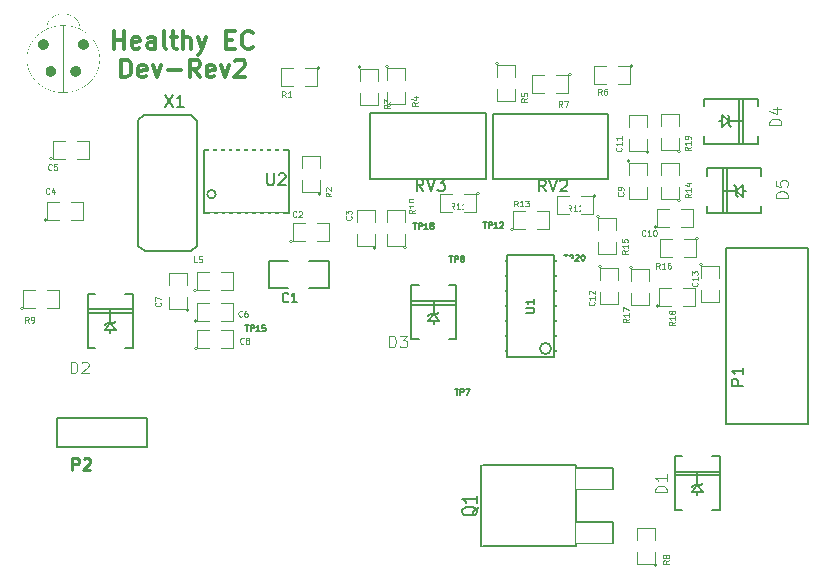
<source format=gto>
G04 (created by PCBNEW (2013-07-07 BZR 4022)-stable) date 10/29/2014 9:54:54 AM*
%MOIN*%
G04 Gerber Fmt 3.4, Leading zero omitted, Abs format*
%FSLAX34Y34*%
G01*
G70*
G90*
G04 APERTURE LIST*
%ADD10C,0.00590551*%
%ADD11C,0.011811*%
%ADD12C,0.005*%
%ADD13C,0.0039*%
%ADD14C,0.0001*%
%ADD15C,0.0043*%
%ADD16C,0.00984252*%
%ADD17C,0.0047*%
%ADD18C,0.0059*%
%ADD19C,0.008*%
%ADD20R,0.06X0.08*%
%ADD21R,0.055X0.035*%
%ADD22R,0.035X0.055*%
%ADD23C,0.07*%
%ADD24R,0.011811X0.0984252*%
%ADD25C,0.05*%
%ADD26R,0.0866X0.063*%
%ADD27R,0.063X0.0866*%
%ADD28R,0.05X0.025*%
%ADD29R,0.12X0.065*%
%ADD30R,0.24X0.24*%
%ADD31O,0.06X0.1*%
%ADD32C,0.04*%
G04 APERTURE END LIST*
G54D10*
G54D11*
X76312Y-40844D02*
X76312Y-40253D01*
X76312Y-40534D02*
X76649Y-40534D01*
X76649Y-40844D02*
X76649Y-40253D01*
X77155Y-40815D02*
X77099Y-40844D01*
X76987Y-40844D01*
X76930Y-40815D01*
X76902Y-40759D01*
X76902Y-40534D01*
X76930Y-40478D01*
X76987Y-40450D01*
X77099Y-40450D01*
X77155Y-40478D01*
X77183Y-40534D01*
X77183Y-40590D01*
X76902Y-40647D01*
X77690Y-40844D02*
X77690Y-40534D01*
X77661Y-40478D01*
X77605Y-40450D01*
X77493Y-40450D01*
X77436Y-40478D01*
X77690Y-40815D02*
X77633Y-40844D01*
X77493Y-40844D01*
X77436Y-40815D01*
X77408Y-40759D01*
X77408Y-40703D01*
X77436Y-40647D01*
X77493Y-40619D01*
X77633Y-40619D01*
X77690Y-40590D01*
X78055Y-40844D02*
X77999Y-40815D01*
X77971Y-40759D01*
X77971Y-40253D01*
X78196Y-40450D02*
X78421Y-40450D01*
X78280Y-40253D02*
X78280Y-40759D01*
X78308Y-40815D01*
X78364Y-40844D01*
X78421Y-40844D01*
X78618Y-40844D02*
X78618Y-40253D01*
X78871Y-40844D02*
X78871Y-40534D01*
X78843Y-40478D01*
X78786Y-40450D01*
X78702Y-40450D01*
X78646Y-40478D01*
X78618Y-40506D01*
X79096Y-40450D02*
X79236Y-40844D01*
X79377Y-40450D02*
X79236Y-40844D01*
X79180Y-40984D01*
X79152Y-41012D01*
X79096Y-41040D01*
X80052Y-40534D02*
X80249Y-40534D01*
X80333Y-40844D02*
X80052Y-40844D01*
X80052Y-40253D01*
X80333Y-40253D01*
X80924Y-40787D02*
X80895Y-40815D01*
X80811Y-40844D01*
X80755Y-40844D01*
X80670Y-40815D01*
X80614Y-40759D01*
X80586Y-40703D01*
X80558Y-40590D01*
X80558Y-40506D01*
X80586Y-40394D01*
X80614Y-40337D01*
X80670Y-40281D01*
X80755Y-40253D01*
X80811Y-40253D01*
X80895Y-40281D01*
X80924Y-40309D01*
X76551Y-41788D02*
X76551Y-41198D01*
X76691Y-41198D01*
X76776Y-41226D01*
X76832Y-41282D01*
X76860Y-41338D01*
X76888Y-41451D01*
X76888Y-41535D01*
X76860Y-41648D01*
X76832Y-41704D01*
X76776Y-41760D01*
X76691Y-41788D01*
X76551Y-41788D01*
X77366Y-41760D02*
X77310Y-41788D01*
X77197Y-41788D01*
X77141Y-41760D01*
X77113Y-41704D01*
X77113Y-41479D01*
X77141Y-41423D01*
X77197Y-41395D01*
X77310Y-41395D01*
X77366Y-41423D01*
X77394Y-41479D01*
X77394Y-41535D01*
X77113Y-41592D01*
X77591Y-41395D02*
X77732Y-41788D01*
X77872Y-41395D01*
X78097Y-41563D02*
X78547Y-41563D01*
X79166Y-41788D02*
X78969Y-41507D01*
X78828Y-41788D02*
X78828Y-41198D01*
X79053Y-41198D01*
X79110Y-41226D01*
X79138Y-41254D01*
X79166Y-41310D01*
X79166Y-41395D01*
X79138Y-41451D01*
X79110Y-41479D01*
X79053Y-41507D01*
X78828Y-41507D01*
X79644Y-41760D02*
X79588Y-41788D01*
X79475Y-41788D01*
X79419Y-41760D01*
X79391Y-41704D01*
X79391Y-41479D01*
X79419Y-41423D01*
X79475Y-41395D01*
X79588Y-41395D01*
X79644Y-41423D01*
X79672Y-41479D01*
X79672Y-41535D01*
X79391Y-41592D01*
X79869Y-41395D02*
X80010Y-41788D01*
X80150Y-41395D01*
X80347Y-41254D02*
X80375Y-41226D01*
X80431Y-41198D01*
X80572Y-41198D01*
X80628Y-41226D01*
X80656Y-41254D01*
X80684Y-41310D01*
X80684Y-41367D01*
X80656Y-41451D01*
X80319Y-41788D01*
X80684Y-41788D01*
G54D12*
X81460Y-47920D02*
X81460Y-48820D01*
X81460Y-48820D02*
X82110Y-48820D01*
X82810Y-47920D02*
X83460Y-47920D01*
X83460Y-47920D02*
X83460Y-48820D01*
X83460Y-48820D02*
X82810Y-48820D01*
X82110Y-47920D02*
X81460Y-47920D01*
G54D13*
X95182Y-44272D02*
G75*
G03X95182Y-44272I-50J0D01*
G74*
G01*
X95132Y-43822D02*
X95132Y-44222D01*
X95132Y-44222D02*
X94532Y-44222D01*
X94532Y-44222D02*
X94532Y-43822D01*
X94532Y-43422D02*
X94532Y-43022D01*
X94532Y-43022D02*
X95132Y-43022D01*
X95132Y-43022D02*
X95132Y-43422D01*
X79080Y-50825D02*
G75*
G03X79080Y-50825I-50J0D01*
G74*
G01*
X79480Y-50825D02*
X79080Y-50825D01*
X79080Y-50825D02*
X79080Y-50225D01*
X79080Y-50225D02*
X79480Y-50225D01*
X79880Y-50225D02*
X80280Y-50225D01*
X80280Y-50225D02*
X80280Y-50825D01*
X80280Y-50825D02*
X79880Y-50825D01*
X78800Y-49550D02*
G75*
G03X78800Y-49550I-50J0D01*
G74*
G01*
X78750Y-49100D02*
X78750Y-49500D01*
X78750Y-49500D02*
X78150Y-49500D01*
X78150Y-49500D02*
X78150Y-49100D01*
X78150Y-48700D02*
X78150Y-48300D01*
X78150Y-48300D02*
X78750Y-48300D01*
X78750Y-48300D02*
X78750Y-48700D01*
X79070Y-48895D02*
G75*
G03X79070Y-48895I-50J0D01*
G74*
G01*
X79470Y-48895D02*
X79070Y-48895D01*
X79070Y-48895D02*
X79070Y-48295D01*
X79070Y-48295D02*
X79470Y-48295D01*
X79870Y-48295D02*
X80270Y-48295D01*
X80270Y-48295D02*
X80270Y-48895D01*
X80270Y-48895D02*
X79870Y-48895D01*
X74262Y-44502D02*
G75*
G03X74262Y-44502I-50J0D01*
G74*
G01*
X74662Y-44502D02*
X74262Y-44502D01*
X74262Y-44502D02*
X74262Y-43902D01*
X74262Y-43902D02*
X74662Y-43902D01*
X75062Y-43902D02*
X75462Y-43902D01*
X75462Y-43902D02*
X75462Y-44502D01*
X75462Y-44502D02*
X75062Y-44502D01*
X74075Y-46540D02*
G75*
G03X74075Y-46540I-50J0D01*
G74*
G01*
X74475Y-46540D02*
X74075Y-46540D01*
X74075Y-46540D02*
X74075Y-45940D01*
X74075Y-45940D02*
X74475Y-45940D01*
X74875Y-45940D02*
X75275Y-45940D01*
X75275Y-45940D02*
X75275Y-46540D01*
X75275Y-46540D02*
X74875Y-46540D01*
X79080Y-49919D02*
G75*
G03X79080Y-49919I-50J0D01*
G74*
G01*
X79480Y-49919D02*
X79080Y-49919D01*
X79080Y-49919D02*
X79080Y-49319D01*
X79080Y-49319D02*
X79480Y-49319D01*
X79880Y-49319D02*
X80280Y-49319D01*
X80280Y-49319D02*
X80280Y-49919D01*
X80280Y-49919D02*
X79880Y-49919D01*
X83216Y-45674D02*
G75*
G03X83216Y-45674I-50J0D01*
G74*
G01*
X83166Y-45224D02*
X83166Y-45624D01*
X83166Y-45624D02*
X82566Y-45624D01*
X82566Y-45624D02*
X82566Y-45224D01*
X82566Y-44824D02*
X82566Y-44424D01*
X82566Y-44424D02*
X83166Y-44424D01*
X83166Y-44424D02*
X83166Y-44824D01*
X82260Y-47264D02*
G75*
G03X82260Y-47264I-50J0D01*
G74*
G01*
X82660Y-47264D02*
X82260Y-47264D01*
X82260Y-47264D02*
X82260Y-46664D01*
X82260Y-46664D02*
X82660Y-46664D01*
X83060Y-46664D02*
X83460Y-46664D01*
X83460Y-46664D02*
X83460Y-47264D01*
X83460Y-47264D02*
X83060Y-47264D01*
X93580Y-48135D02*
G75*
G03X93580Y-48135I-50J0D01*
G74*
G01*
X93530Y-48585D02*
X93530Y-48185D01*
X93530Y-48185D02*
X94130Y-48185D01*
X94130Y-48185D02*
X94130Y-48585D01*
X94130Y-48985D02*
X94130Y-49385D01*
X94130Y-49385D02*
X93530Y-49385D01*
X93530Y-49385D02*
X93530Y-48985D01*
X94465Y-49420D02*
G75*
G03X94465Y-49420I-50J0D01*
G74*
G01*
X94865Y-49420D02*
X94465Y-49420D01*
X94465Y-49420D02*
X94465Y-48820D01*
X94465Y-48820D02*
X94865Y-48820D01*
X95265Y-48820D02*
X95665Y-48820D01*
X95665Y-48820D02*
X95665Y-49420D01*
X95665Y-49420D02*
X95265Y-49420D01*
X85044Y-47470D02*
G75*
G03X85044Y-47470I-50J0D01*
G74*
G01*
X84994Y-47020D02*
X84994Y-47420D01*
X84994Y-47420D02*
X84394Y-47420D01*
X84394Y-47420D02*
X84394Y-47020D01*
X84394Y-46620D02*
X84394Y-46220D01*
X84394Y-46220D02*
X84994Y-46220D01*
X84994Y-46220D02*
X84994Y-46620D01*
X95798Y-47170D02*
G75*
G03X95798Y-47170I-50J0D01*
G74*
G01*
X95298Y-47170D02*
X95698Y-47170D01*
X95698Y-47170D02*
X95698Y-47770D01*
X95698Y-47770D02*
X95298Y-47770D01*
X94898Y-47770D02*
X94498Y-47770D01*
X94498Y-47770D02*
X94498Y-47170D01*
X94498Y-47170D02*
X94898Y-47170D01*
X94139Y-44291D02*
G75*
G03X94139Y-44291I-50J0D01*
G74*
G01*
X94089Y-43841D02*
X94089Y-44241D01*
X94089Y-44241D02*
X93489Y-44241D01*
X93489Y-44241D02*
X93489Y-43841D01*
X93489Y-43441D02*
X93489Y-43041D01*
X93489Y-43041D02*
X94089Y-43041D01*
X94089Y-43041D02*
X94089Y-43441D01*
X94409Y-46776D02*
G75*
G03X94409Y-46776I-50J0D01*
G74*
G01*
X94809Y-46776D02*
X94409Y-46776D01*
X94409Y-46776D02*
X94409Y-46176D01*
X94409Y-46176D02*
X94809Y-46176D01*
X95209Y-46176D02*
X95609Y-46176D01*
X95609Y-46176D02*
X95609Y-46776D01*
X95609Y-46776D02*
X95209Y-46776D01*
X92486Y-46436D02*
G75*
G03X92486Y-46436I-50J0D01*
G74*
G01*
X92436Y-46886D02*
X92436Y-46486D01*
X92436Y-46486D02*
X93036Y-46486D01*
X93036Y-46486D02*
X93036Y-46886D01*
X93036Y-47286D02*
X93036Y-47686D01*
X93036Y-47686D02*
X92436Y-47686D01*
X92436Y-47686D02*
X92436Y-47286D01*
X93509Y-44586D02*
G75*
G03X93509Y-44586I-50J0D01*
G74*
G01*
X93459Y-45036D02*
X93459Y-44636D01*
X93459Y-44636D02*
X94059Y-44636D01*
X94059Y-44636D02*
X94059Y-45036D01*
X94059Y-45436D02*
X94059Y-45836D01*
X94059Y-45836D02*
X93459Y-45836D01*
X93459Y-45836D02*
X93459Y-45436D01*
X95192Y-45886D02*
G75*
G03X95192Y-45886I-50J0D01*
G74*
G01*
X95142Y-45436D02*
X95142Y-45836D01*
X95142Y-45836D02*
X94542Y-45836D01*
X94542Y-45836D02*
X94542Y-45436D01*
X94542Y-45036D02*
X94542Y-44636D01*
X94542Y-44636D02*
X95142Y-44636D01*
X95142Y-44636D02*
X95142Y-45036D01*
X89616Y-46864D02*
G75*
G03X89616Y-46864I-50J0D01*
G74*
G01*
X90016Y-46864D02*
X89616Y-46864D01*
X89616Y-46864D02*
X89616Y-46264D01*
X89616Y-46264D02*
X90016Y-46264D01*
X90416Y-46264D02*
X90816Y-46264D01*
X90816Y-46264D02*
X90816Y-46864D01*
X90816Y-46864D02*
X90416Y-46864D01*
X86048Y-47470D02*
G75*
G03X86048Y-47470I-50J0D01*
G74*
G01*
X85998Y-47020D02*
X85998Y-47420D01*
X85998Y-47420D02*
X85398Y-47420D01*
X85398Y-47420D02*
X85398Y-47020D01*
X85398Y-46620D02*
X85398Y-46220D01*
X85398Y-46220D02*
X85998Y-46220D01*
X85998Y-46220D02*
X85998Y-46620D01*
X83170Y-41490D02*
G75*
G03X83170Y-41490I-50J0D01*
G74*
G01*
X82670Y-41490D02*
X83070Y-41490D01*
X83070Y-41490D02*
X83070Y-42090D01*
X83070Y-42090D02*
X82670Y-42090D01*
X82270Y-42090D02*
X81870Y-42090D01*
X81870Y-42090D02*
X81870Y-41490D01*
X81870Y-41490D02*
X82270Y-41490D01*
X73285Y-49490D02*
G75*
G03X73285Y-49490I-50J0D01*
G74*
G01*
X73685Y-49490D02*
X73285Y-49490D01*
X73285Y-49490D02*
X73285Y-48890D01*
X73285Y-48890D02*
X73685Y-48890D01*
X74085Y-48890D02*
X74485Y-48890D01*
X74485Y-48890D02*
X74485Y-49490D01*
X74485Y-49490D02*
X74085Y-49490D01*
X84543Y-41450D02*
G75*
G03X84543Y-41450I-50J0D01*
G74*
G01*
X84493Y-41900D02*
X84493Y-41500D01*
X84493Y-41500D02*
X85093Y-41500D01*
X85093Y-41500D02*
X85093Y-41900D01*
X85093Y-42300D02*
X85093Y-42700D01*
X85093Y-42700D02*
X84493Y-42700D01*
X84493Y-42700D02*
X84493Y-42300D01*
X85470Y-41430D02*
G75*
G03X85470Y-41430I-50J0D01*
G74*
G01*
X85420Y-41880D02*
X85420Y-41480D01*
X85420Y-41480D02*
X86020Y-41480D01*
X86020Y-41480D02*
X86020Y-41880D01*
X86020Y-42280D02*
X86020Y-42680D01*
X86020Y-42680D02*
X85420Y-42680D01*
X85420Y-42680D02*
X85420Y-42280D01*
X89123Y-41320D02*
G75*
G03X89123Y-41320I-50J0D01*
G74*
G01*
X89073Y-41770D02*
X89073Y-41370D01*
X89073Y-41370D02*
X89673Y-41370D01*
X89673Y-41370D02*
X89673Y-41770D01*
X89673Y-42170D02*
X89673Y-42570D01*
X89673Y-42570D02*
X89073Y-42570D01*
X89073Y-42570D02*
X89073Y-42170D01*
X94397Y-58050D02*
G75*
G03X94397Y-58050I-50J0D01*
G74*
G01*
X94347Y-57600D02*
X94347Y-58000D01*
X94347Y-58000D02*
X93747Y-58000D01*
X93747Y-58000D02*
X93747Y-57600D01*
X93747Y-57200D02*
X93747Y-56800D01*
X93747Y-56800D02*
X94347Y-56800D01*
X94347Y-56800D02*
X94347Y-57200D01*
X91557Y-41707D02*
G75*
G03X91557Y-41707I-50J0D01*
G74*
G01*
X91057Y-41707D02*
X91457Y-41707D01*
X91457Y-41707D02*
X91457Y-42307D01*
X91457Y-42307D02*
X91057Y-42307D01*
X90657Y-42307D02*
X90257Y-42307D01*
X90257Y-42307D02*
X90257Y-41707D01*
X90257Y-41707D02*
X90657Y-41707D01*
X93597Y-41410D02*
G75*
G03X93597Y-41410I-50J0D01*
G74*
G01*
X93097Y-41410D02*
X93497Y-41410D01*
X93497Y-41410D02*
X93497Y-42010D01*
X93497Y-42010D02*
X93097Y-42010D01*
X92697Y-42010D02*
X92297Y-42010D01*
X92297Y-42010D02*
X92297Y-41410D01*
X92297Y-41410D02*
X92697Y-41410D01*
G54D10*
X79697Y-45687D02*
G75*
G03X79697Y-45687I-141J0D01*
G74*
G01*
X79319Y-44230D02*
X82154Y-44230D01*
X82154Y-44230D02*
X82154Y-46316D01*
X82154Y-46316D02*
X79319Y-46316D01*
X79319Y-46316D02*
X79319Y-44230D01*
X79078Y-47430D02*
X78881Y-47587D01*
X77110Y-47430D02*
X77346Y-47587D01*
X77306Y-43060D02*
X78881Y-43060D01*
X77306Y-43060D02*
X77110Y-43217D01*
X78881Y-43060D02*
X79078Y-43256D01*
X77110Y-43217D02*
X77110Y-47430D01*
X77346Y-47587D02*
X78881Y-47587D01*
X79078Y-47430D02*
X79078Y-43256D01*
X96700Y-53350D02*
X96700Y-47490D01*
X96700Y-47483D02*
X99455Y-47483D01*
X99455Y-53350D02*
X99455Y-47490D01*
X99455Y-53350D02*
X96700Y-53350D01*
X74400Y-54130D02*
X77400Y-54130D01*
X77400Y-54130D02*
X77400Y-53145D01*
X77400Y-53145D02*
X74400Y-53145D01*
X74400Y-53145D02*
X74400Y-54130D01*
G54D12*
X86958Y-49925D02*
X86958Y-50005D01*
X86208Y-50525D02*
X86208Y-48725D01*
X86208Y-48725D02*
X86458Y-48725D01*
X87708Y-49365D02*
X86208Y-49365D01*
X87708Y-49235D02*
X86208Y-49235D01*
X87458Y-50525D02*
X87708Y-50525D01*
X87708Y-50525D02*
X87708Y-48725D01*
X87708Y-48725D02*
X87458Y-48725D01*
X86458Y-50525D02*
X86208Y-50525D01*
X86958Y-49675D02*
X86771Y-49925D01*
X86771Y-49925D02*
X86958Y-49925D01*
X86958Y-49925D02*
X87145Y-49925D01*
X87145Y-49925D02*
X86958Y-49675D01*
X86958Y-49675D02*
X86833Y-49675D01*
X86833Y-49675D02*
X86771Y-49737D01*
X86958Y-49675D02*
X87083Y-49675D01*
X87083Y-49675D02*
X87145Y-49613D01*
X86958Y-49675D02*
X86958Y-49238D01*
X97288Y-45580D02*
X97368Y-45580D01*
X97888Y-46330D02*
X96088Y-46330D01*
X96088Y-46330D02*
X96088Y-46080D01*
X96728Y-44830D02*
X96728Y-46330D01*
X96598Y-44830D02*
X96598Y-46330D01*
X97888Y-45080D02*
X97888Y-44830D01*
X97888Y-44830D02*
X96088Y-44830D01*
X96088Y-44830D02*
X96088Y-45080D01*
X97888Y-46080D02*
X97888Y-46330D01*
X97038Y-45580D02*
X97288Y-45767D01*
X97288Y-45767D02*
X97288Y-45580D01*
X97288Y-45580D02*
X97288Y-45393D01*
X97288Y-45393D02*
X97038Y-45580D01*
X97038Y-45580D02*
X97038Y-45705D01*
X97038Y-45705D02*
X97100Y-45767D01*
X97038Y-45580D02*
X97038Y-45455D01*
X97038Y-45455D02*
X96976Y-45393D01*
X97038Y-45580D02*
X96601Y-45580D01*
X96570Y-43248D02*
X96490Y-43248D01*
X95970Y-42498D02*
X97770Y-42498D01*
X97770Y-42498D02*
X97770Y-42748D01*
X97130Y-43998D02*
X97130Y-42498D01*
X97260Y-43998D02*
X97260Y-42498D01*
X95970Y-43748D02*
X95970Y-43998D01*
X95970Y-43998D02*
X97770Y-43998D01*
X97770Y-43998D02*
X97770Y-43748D01*
X95970Y-42748D02*
X95970Y-42498D01*
X96820Y-43248D02*
X96570Y-43061D01*
X96570Y-43061D02*
X96570Y-43248D01*
X96570Y-43248D02*
X96570Y-43435D01*
X96570Y-43435D02*
X96820Y-43248D01*
X96820Y-43248D02*
X96820Y-43123D01*
X96820Y-43123D02*
X96758Y-43061D01*
X96820Y-43248D02*
X96820Y-43373D01*
X96820Y-43373D02*
X96882Y-43435D01*
X96820Y-43248D02*
X97257Y-43248D01*
X76185Y-50220D02*
X76185Y-50300D01*
X75435Y-50820D02*
X75435Y-49020D01*
X75435Y-49020D02*
X75685Y-49020D01*
X76935Y-49660D02*
X75435Y-49660D01*
X76935Y-49530D02*
X75435Y-49530D01*
X76685Y-50820D02*
X76935Y-50820D01*
X76935Y-50820D02*
X76935Y-49020D01*
X76935Y-49020D02*
X76685Y-49020D01*
X75685Y-50820D02*
X75435Y-50820D01*
X76185Y-49970D02*
X75998Y-50220D01*
X75998Y-50220D02*
X76185Y-50220D01*
X76185Y-50220D02*
X76372Y-50220D01*
X76372Y-50220D02*
X76185Y-49970D01*
X76185Y-49970D02*
X76060Y-49970D01*
X76060Y-49970D02*
X75998Y-50032D01*
X76185Y-49970D02*
X76310Y-49970D01*
X76310Y-49970D02*
X76372Y-49908D01*
X76185Y-49970D02*
X76185Y-49533D01*
X95753Y-55623D02*
X95753Y-55703D01*
X95003Y-56223D02*
X95003Y-54423D01*
X95003Y-54423D02*
X95253Y-54423D01*
X96503Y-55063D02*
X95003Y-55063D01*
X96503Y-54933D02*
X95003Y-54933D01*
X96253Y-56223D02*
X96503Y-56223D01*
X96503Y-56223D02*
X96503Y-54423D01*
X96503Y-54423D02*
X96253Y-54423D01*
X95253Y-56223D02*
X95003Y-56223D01*
X95753Y-55373D02*
X95566Y-55623D01*
X95566Y-55623D02*
X95753Y-55623D01*
X95753Y-55623D02*
X95940Y-55623D01*
X95940Y-55623D02*
X95753Y-55373D01*
X95753Y-55373D02*
X95628Y-55373D01*
X95628Y-55373D02*
X95566Y-55435D01*
X95753Y-55373D02*
X95878Y-55373D01*
X95878Y-55373D02*
X95940Y-55311D01*
X95753Y-55373D02*
X95753Y-54936D01*
X89422Y-51120D02*
X90982Y-51120D01*
X90982Y-51120D02*
X90982Y-47720D01*
X90982Y-47720D02*
X89422Y-47720D01*
X89422Y-47720D02*
X89422Y-51120D01*
X89422Y-50420D02*
X88992Y-50420D01*
X89422Y-49920D02*
X88992Y-49920D01*
X89422Y-49420D02*
X88992Y-49420D01*
X89422Y-50920D02*
X88992Y-50920D01*
X88992Y-48920D02*
X89422Y-48920D01*
X88992Y-48420D02*
X89422Y-48420D01*
X88992Y-47920D02*
X89422Y-47920D01*
X90982Y-47920D02*
X91412Y-47920D01*
X90982Y-48420D02*
X91412Y-48420D01*
X90982Y-50920D02*
X91412Y-50920D01*
X91412Y-50420D02*
X90982Y-50420D01*
X91412Y-48920D02*
X90982Y-48920D01*
X91412Y-49420D02*
X90982Y-49420D01*
X91412Y-49920D02*
X90982Y-49920D01*
X90878Y-50830D02*
G75*
G03X90878Y-50830I-186J0D01*
G74*
G01*
X91704Y-55515D02*
X92954Y-55515D01*
X92954Y-55515D02*
X92954Y-54815D01*
X92954Y-54815D02*
X91704Y-54815D01*
X91704Y-57315D02*
X92954Y-57315D01*
X92954Y-57315D02*
X92954Y-56615D01*
X92954Y-56615D02*
X91704Y-56615D01*
X89304Y-54715D02*
X91704Y-54715D01*
X91704Y-54715D02*
X91704Y-57415D01*
X91704Y-57415D02*
X88604Y-57415D01*
X88554Y-57415D02*
X88554Y-54715D01*
X88604Y-54715D02*
X89304Y-54715D01*
G54D13*
X92570Y-48100D02*
G75*
G03X92570Y-48100I-50J0D01*
G74*
G01*
X92520Y-48550D02*
X92520Y-48150D01*
X92520Y-48150D02*
X93120Y-48150D01*
X93120Y-48150D02*
X93120Y-48550D01*
X93120Y-48950D02*
X93120Y-49350D01*
X93120Y-49350D02*
X92520Y-49350D01*
X92520Y-49350D02*
X92520Y-48950D01*
X95935Y-48035D02*
G75*
G03X95935Y-48035I-50J0D01*
G74*
G01*
X95885Y-48485D02*
X95885Y-48085D01*
X95885Y-48085D02*
X96485Y-48085D01*
X96485Y-48085D02*
X96485Y-48485D01*
X96485Y-48885D02*
X96485Y-49285D01*
X96485Y-49285D02*
X95885Y-49285D01*
X95885Y-49285D02*
X95885Y-48885D01*
G54D14*
G36*
X75837Y-41183D02*
X75837Y-41206D01*
X75837Y-41228D01*
X75837Y-41249D01*
X75836Y-41268D01*
X75836Y-41285D01*
X75835Y-41297D01*
X75834Y-41306D01*
X75834Y-41310D01*
X75834Y-41310D01*
X75832Y-41314D01*
X75830Y-41321D01*
X75829Y-41332D01*
X75828Y-41335D01*
X75827Y-41346D01*
X75827Y-41348D01*
X75827Y-41187D01*
X75827Y-41170D01*
X75827Y-41153D01*
X75826Y-41138D01*
X75826Y-41125D01*
X75825Y-41117D01*
X75825Y-41112D01*
X75825Y-41112D01*
X75823Y-41109D01*
X75822Y-41101D01*
X75821Y-41090D01*
X75821Y-41077D01*
X75820Y-41075D01*
X75820Y-41062D01*
X75819Y-41050D01*
X75818Y-41041D01*
X75817Y-41037D01*
X75817Y-41037D01*
X75815Y-41032D01*
X75815Y-41025D01*
X75814Y-41018D01*
X75813Y-41013D01*
X75811Y-41009D01*
X75810Y-41001D01*
X75809Y-40991D01*
X75809Y-40987D01*
X75807Y-40977D01*
X75806Y-40969D01*
X75805Y-40964D01*
X75804Y-40964D01*
X75803Y-40962D01*
X75801Y-40955D01*
X75800Y-40950D01*
X75799Y-40942D01*
X75797Y-40936D01*
X75796Y-40934D01*
X75794Y-40931D01*
X75793Y-40924D01*
X75792Y-40917D01*
X75790Y-40909D01*
X75788Y-40903D01*
X75787Y-40902D01*
X75785Y-40900D01*
X75786Y-40898D01*
X75786Y-40893D01*
X75785Y-40892D01*
X75783Y-40889D01*
X75781Y-40882D01*
X75781Y-40877D01*
X75779Y-40869D01*
X75777Y-40864D01*
X75776Y-40863D01*
X75774Y-40860D01*
X75772Y-40854D01*
X75772Y-40853D01*
X75770Y-40843D01*
X75766Y-40835D01*
X75763Y-40828D01*
X75762Y-40822D01*
X75761Y-40818D01*
X75759Y-40817D01*
X75757Y-40815D01*
X75755Y-40809D01*
X75755Y-40808D01*
X75753Y-40801D01*
X75751Y-40796D01*
X75751Y-40796D01*
X75749Y-40793D01*
X75750Y-40791D01*
X75750Y-40787D01*
X75748Y-40786D01*
X75746Y-40784D01*
X75744Y-40778D01*
X75742Y-40773D01*
X75738Y-40764D01*
X75732Y-40752D01*
X75725Y-40738D01*
X75717Y-40722D01*
X75717Y-40720D01*
X75709Y-40704D01*
X75701Y-40690D01*
X75695Y-40678D01*
X75690Y-40668D01*
X75688Y-40663D01*
X75688Y-40663D01*
X75685Y-40658D01*
X75682Y-40657D01*
X75680Y-40655D01*
X75680Y-40654D01*
X75679Y-40650D01*
X75675Y-40644D01*
X75671Y-40637D01*
X75667Y-40632D01*
X75666Y-40631D01*
X75664Y-40628D01*
X75662Y-40624D01*
X75656Y-40613D01*
X75651Y-40606D01*
X75646Y-40599D01*
X75643Y-40594D01*
X75638Y-40588D01*
X75636Y-40583D01*
X75635Y-40582D01*
X75634Y-40579D01*
X75629Y-40573D01*
X75625Y-40568D01*
X75620Y-40561D01*
X75616Y-40555D01*
X75616Y-40553D01*
X75614Y-40550D01*
X75609Y-40545D01*
X75607Y-40544D01*
X75602Y-40539D01*
X75599Y-40535D01*
X75599Y-40535D01*
X75597Y-40531D01*
X75592Y-40525D01*
X75588Y-40520D01*
X75581Y-40512D01*
X75574Y-40504D01*
X75572Y-40500D01*
X75568Y-40496D01*
X75562Y-40489D01*
X75552Y-40479D01*
X75541Y-40467D01*
X75529Y-40454D01*
X75515Y-40441D01*
X75502Y-40427D01*
X75489Y-40414D01*
X75477Y-40402D01*
X75467Y-40392D01*
X75459Y-40384D01*
X75453Y-40379D01*
X75451Y-40378D01*
X75448Y-40376D01*
X75442Y-40372D01*
X75440Y-40370D01*
X75429Y-40360D01*
X75417Y-40350D01*
X75407Y-40341D01*
X75398Y-40334D01*
X75392Y-40329D01*
X75385Y-40324D01*
X75378Y-40319D01*
X75372Y-40315D01*
X75368Y-40313D01*
X75368Y-40313D01*
X75365Y-40311D01*
X75365Y-40310D01*
X75362Y-40307D01*
X75360Y-40305D01*
X75355Y-40303D01*
X75347Y-40298D01*
X75345Y-40296D01*
X75338Y-40291D01*
X75333Y-40288D01*
X75332Y-40288D01*
X75329Y-40286D01*
X75323Y-40282D01*
X75318Y-40278D01*
X75311Y-40273D01*
X75304Y-40268D01*
X75302Y-40267D01*
X75298Y-40264D01*
X75297Y-40263D01*
X75295Y-40260D01*
X75289Y-40258D01*
X75283Y-40256D01*
X75280Y-40254D01*
X75276Y-40251D01*
X75267Y-40246D01*
X75253Y-40239D01*
X75247Y-40236D01*
X75239Y-40231D01*
X75234Y-40228D01*
X75232Y-40226D01*
X75230Y-40223D01*
X75225Y-40221D01*
X75218Y-40219D01*
X75215Y-40218D01*
X75212Y-40215D01*
X75205Y-40212D01*
X75197Y-40207D01*
X75188Y-40204D01*
X75182Y-40201D01*
X75179Y-40200D01*
X75176Y-40198D01*
X75176Y-40198D01*
X75173Y-40195D01*
X75168Y-40193D01*
X75167Y-40193D01*
X75160Y-40191D01*
X75159Y-40190D01*
X75159Y-40138D01*
X75159Y-40124D01*
X75159Y-40109D01*
X75159Y-40096D01*
X75158Y-40085D01*
X75157Y-40077D01*
X75157Y-40077D01*
X75156Y-40067D01*
X75154Y-40060D01*
X75153Y-40058D01*
X75151Y-40052D01*
X75150Y-40043D01*
X75149Y-40039D01*
X75148Y-40031D01*
X75146Y-40026D01*
X75145Y-40026D01*
X75143Y-40023D01*
X75142Y-40017D01*
X75141Y-40013D01*
X75139Y-40003D01*
X75136Y-39994D01*
X75135Y-39993D01*
X75130Y-39982D01*
X75128Y-39975D01*
X75128Y-39971D01*
X75126Y-39969D01*
X75125Y-39969D01*
X75123Y-39967D01*
X75121Y-39961D01*
X75121Y-39961D01*
X75119Y-39955D01*
X75117Y-39952D01*
X75117Y-39952D01*
X75115Y-39950D01*
X75112Y-39944D01*
X75108Y-39937D01*
X75103Y-39928D01*
X75101Y-39925D01*
X75097Y-39918D01*
X75093Y-39912D01*
X75092Y-39910D01*
X75089Y-39905D01*
X75084Y-39899D01*
X75079Y-39894D01*
X75077Y-39891D01*
X75077Y-39891D01*
X75075Y-39887D01*
X75070Y-39881D01*
X75062Y-39872D01*
X75053Y-39861D01*
X75042Y-39850D01*
X75031Y-39839D01*
X75020Y-39828D01*
X75010Y-39819D01*
X75003Y-39812D01*
X74999Y-39810D01*
X74992Y-39805D01*
X74987Y-39802D01*
X74986Y-39802D01*
X74982Y-39799D01*
X74981Y-39797D01*
X74979Y-39794D01*
X74978Y-39794D01*
X74974Y-39793D01*
X74968Y-39789D01*
X74961Y-39784D01*
X74956Y-39779D01*
X74955Y-39778D01*
X74951Y-39775D01*
X74950Y-39775D01*
X74946Y-39773D01*
X74940Y-39769D01*
X74936Y-39766D01*
X74928Y-39761D01*
X74919Y-39757D01*
X74917Y-39756D01*
X74911Y-39754D01*
X74908Y-39752D01*
X74908Y-39752D01*
X74906Y-39750D01*
X74900Y-39748D01*
X74900Y-39748D01*
X74894Y-39746D01*
X74891Y-39743D01*
X74889Y-39741D01*
X74888Y-39741D01*
X74884Y-39740D01*
X74876Y-39737D01*
X74865Y-39732D01*
X74852Y-39726D01*
X74838Y-39720D01*
X74829Y-39715D01*
X74824Y-39714D01*
X74815Y-39712D01*
X74805Y-39710D01*
X74796Y-39708D01*
X74789Y-39706D01*
X74787Y-39704D01*
X74784Y-39703D01*
X74778Y-39701D01*
X74769Y-39700D01*
X74760Y-39698D01*
X74753Y-39697D01*
X74750Y-39695D01*
X74747Y-39694D01*
X74739Y-39693D01*
X74729Y-39692D01*
X74724Y-39691D01*
X74713Y-39690D01*
X74704Y-39689D01*
X74699Y-39687D01*
X74698Y-39687D01*
X74695Y-39686D01*
X74687Y-39686D01*
X74675Y-39685D01*
X74660Y-39685D01*
X74644Y-39685D01*
X74626Y-39685D01*
X74607Y-39685D01*
X74590Y-39685D01*
X74573Y-39685D01*
X74559Y-39685D01*
X74549Y-39686D01*
X74542Y-39686D01*
X74541Y-39687D01*
X74537Y-39688D01*
X74530Y-39690D01*
X74519Y-39691D01*
X74515Y-39691D01*
X74503Y-39692D01*
X74494Y-39694D01*
X74488Y-39695D01*
X74487Y-39695D01*
X74483Y-39697D01*
X74475Y-39699D01*
X74468Y-39700D01*
X74459Y-39701D01*
X74452Y-39703D01*
X74450Y-39704D01*
X74446Y-39706D01*
X74438Y-39708D01*
X74431Y-39710D01*
X74421Y-39712D01*
X74413Y-39714D01*
X74409Y-39715D01*
X74395Y-39722D01*
X74384Y-39727D01*
X74376Y-39729D01*
X74374Y-39730D01*
X74370Y-39731D01*
X74370Y-39732D01*
X74368Y-39735D01*
X74367Y-39735D01*
X74363Y-39736D01*
X74356Y-39739D01*
X74347Y-39743D01*
X74339Y-39748D01*
X74333Y-39751D01*
X74331Y-39753D01*
X74328Y-39754D01*
X74323Y-39755D01*
X74317Y-39757D01*
X74310Y-39761D01*
X74304Y-39765D01*
X74300Y-39766D01*
X74300Y-39766D01*
X74297Y-39768D01*
X74295Y-39770D01*
X74292Y-39774D01*
X74291Y-39775D01*
X74287Y-39776D01*
X74281Y-39781D01*
X74276Y-39784D01*
X74269Y-39790D01*
X74263Y-39794D01*
X74261Y-39794D01*
X74258Y-39796D01*
X74252Y-39800D01*
X74249Y-39803D01*
X74242Y-39808D01*
X74237Y-39811D01*
X74236Y-39811D01*
X74233Y-39813D01*
X74228Y-39818D01*
X74220Y-39826D01*
X74210Y-39835D01*
X74200Y-39845D01*
X74190Y-39856D01*
X74181Y-39865D01*
X74173Y-39873D01*
X74168Y-39878D01*
X74167Y-39881D01*
X74165Y-39884D01*
X74161Y-39890D01*
X74157Y-39895D01*
X74152Y-39902D01*
X74148Y-39908D01*
X74147Y-39910D01*
X74145Y-39914D01*
X74143Y-39915D01*
X74140Y-39918D01*
X74137Y-39924D01*
X74135Y-39931D01*
X74132Y-39934D01*
X74128Y-39938D01*
X74126Y-39944D01*
X74124Y-39950D01*
X74122Y-39952D01*
X74120Y-39955D01*
X74118Y-39961D01*
X74118Y-39961D01*
X74116Y-39967D01*
X74113Y-39969D01*
X74111Y-39972D01*
X74109Y-39978D01*
X74109Y-39979D01*
X74107Y-39985D01*
X74105Y-39989D01*
X74105Y-39989D01*
X74103Y-39991D01*
X74101Y-39997D01*
X74101Y-39999D01*
X74099Y-40006D01*
X74097Y-40010D01*
X74096Y-40010D01*
X74095Y-40014D01*
X74095Y-40016D01*
X74095Y-40021D01*
X74094Y-40024D01*
X74092Y-40029D01*
X74090Y-40037D01*
X74089Y-40041D01*
X74087Y-40050D01*
X74085Y-40057D01*
X74085Y-40059D01*
X74083Y-40063D01*
X74082Y-40071D01*
X74081Y-40083D01*
X74080Y-40096D01*
X74079Y-40111D01*
X74078Y-40122D01*
X74077Y-40128D01*
X74076Y-40130D01*
X74075Y-40131D01*
X74076Y-40133D01*
X74078Y-40138D01*
X74079Y-40147D01*
X74080Y-40156D01*
X74080Y-40165D01*
X74080Y-40172D01*
X74081Y-40175D01*
X74085Y-40174D01*
X74091Y-40171D01*
X74096Y-40169D01*
X74106Y-40164D01*
X74118Y-40159D01*
X74126Y-40155D01*
X74139Y-40149D01*
X74151Y-40145D01*
X74158Y-40143D01*
X74158Y-40143D01*
X74162Y-40141D01*
X74163Y-40141D01*
X74167Y-40139D01*
X74174Y-40137D01*
X74175Y-40137D01*
X74183Y-40135D01*
X74188Y-40133D01*
X74188Y-40133D01*
X74192Y-40131D01*
X74200Y-40129D01*
X74201Y-40128D01*
X74208Y-40126D01*
X74213Y-40124D01*
X74213Y-40124D01*
X74218Y-40122D01*
X74225Y-40120D01*
X74226Y-40120D01*
X74233Y-40118D01*
X74237Y-40116D01*
X74237Y-40116D01*
X74241Y-40114D01*
X74248Y-40112D01*
X74257Y-40110D01*
X74267Y-40108D01*
X74276Y-40106D01*
X74280Y-40104D01*
X74286Y-40102D01*
X74294Y-40101D01*
X74299Y-40100D01*
X74307Y-40099D01*
X74312Y-40097D01*
X74313Y-40096D01*
X74316Y-40094D01*
X74323Y-40093D01*
X74331Y-40092D01*
X74340Y-40090D01*
X74347Y-40089D01*
X74350Y-40087D01*
X74353Y-40086D01*
X74361Y-40085D01*
X74372Y-40083D01*
X74383Y-40082D01*
X74396Y-40080D01*
X74407Y-40079D01*
X74415Y-40077D01*
X74418Y-40076D01*
X74423Y-40075D01*
X74431Y-40074D01*
X74443Y-40072D01*
X74448Y-40072D01*
X74459Y-40071D01*
X74469Y-40069D01*
X74475Y-40067D01*
X74477Y-40067D01*
X74480Y-40066D01*
X74489Y-40065D01*
X74502Y-40065D01*
X74519Y-40064D01*
X74538Y-40064D01*
X74560Y-40064D01*
X74584Y-40063D01*
X74608Y-40063D01*
X74633Y-40063D01*
X74657Y-40063D01*
X74681Y-40064D01*
X74702Y-40064D01*
X74722Y-40064D01*
X74738Y-40065D01*
X74751Y-40065D01*
X74759Y-40066D01*
X74762Y-40067D01*
X74766Y-40068D01*
X74775Y-40070D01*
X74786Y-40072D01*
X74790Y-40072D01*
X74802Y-40073D01*
X74812Y-40074D01*
X74818Y-40076D01*
X74819Y-40076D01*
X74824Y-40077D01*
X74834Y-40079D01*
X74846Y-40081D01*
X74854Y-40082D01*
X74867Y-40083D01*
X74877Y-40085D01*
X74884Y-40086D01*
X74887Y-40087D01*
X74891Y-40089D01*
X74899Y-40091D01*
X74906Y-40092D01*
X74915Y-40093D01*
X74921Y-40095D01*
X74924Y-40096D01*
X74927Y-40097D01*
X74934Y-40099D01*
X74940Y-40100D01*
X74949Y-40102D01*
X74955Y-40103D01*
X74957Y-40104D01*
X74962Y-40106D01*
X74969Y-40108D01*
X74974Y-40108D01*
X74984Y-40110D01*
X74994Y-40113D01*
X74996Y-40114D01*
X75005Y-40118D01*
X75014Y-40120D01*
X75021Y-40122D01*
X75025Y-40124D01*
X75025Y-40124D01*
X75029Y-40126D01*
X75035Y-40128D01*
X75038Y-40128D01*
X75045Y-40130D01*
X75050Y-40132D01*
X75050Y-40133D01*
X75054Y-40135D01*
X75061Y-40136D01*
X75063Y-40137D01*
X75071Y-40139D01*
X75075Y-40141D01*
X75076Y-40141D01*
X75079Y-40143D01*
X75080Y-40142D01*
X75083Y-40143D01*
X75084Y-40144D01*
X75088Y-40146D01*
X75090Y-40147D01*
X75095Y-40148D01*
X75103Y-40151D01*
X75111Y-40155D01*
X75118Y-40158D01*
X75122Y-40161D01*
X75122Y-40161D01*
X75125Y-40163D01*
X75127Y-40164D01*
X75132Y-40165D01*
X75140Y-40168D01*
X75144Y-40170D01*
X75151Y-40173D01*
X75156Y-40174D01*
X75158Y-40174D01*
X75158Y-40171D01*
X75159Y-40163D01*
X75159Y-40152D01*
X75159Y-40138D01*
X75159Y-40190D01*
X75151Y-40187D01*
X75144Y-40183D01*
X75134Y-40179D01*
X75125Y-40175D01*
X75120Y-40174D01*
X75114Y-40172D01*
X75111Y-40169D01*
X75111Y-40169D01*
X75109Y-40167D01*
X75103Y-40165D01*
X75103Y-40165D01*
X75097Y-40163D01*
X75094Y-40161D01*
X75092Y-40159D01*
X75086Y-40157D01*
X75084Y-40157D01*
X75076Y-40155D01*
X75071Y-40153D01*
X75070Y-40152D01*
X75066Y-40151D01*
X75058Y-40148D01*
X75052Y-40147D01*
X75043Y-40144D01*
X75036Y-40142D01*
X75034Y-40141D01*
X75029Y-40139D01*
X75022Y-40137D01*
X75020Y-40137D01*
X75013Y-40135D01*
X75010Y-40133D01*
X75010Y-40133D01*
X75007Y-40131D01*
X75001Y-40129D01*
X74999Y-40128D01*
X74991Y-40126D01*
X74986Y-40124D01*
X74985Y-40124D01*
X74981Y-40122D01*
X74973Y-40120D01*
X74968Y-40120D01*
X74960Y-40118D01*
X74953Y-40116D01*
X74952Y-40116D01*
X74948Y-40114D01*
X74940Y-40112D01*
X74930Y-40110D01*
X74928Y-40110D01*
X74917Y-40108D01*
X74909Y-40106D01*
X74904Y-40105D01*
X74904Y-40104D01*
X74900Y-40103D01*
X74892Y-40101D01*
X74885Y-40100D01*
X74876Y-40099D01*
X74869Y-40097D01*
X74867Y-40096D01*
X74864Y-40095D01*
X74856Y-40093D01*
X74846Y-40092D01*
X74841Y-40092D01*
X74830Y-40091D01*
X74820Y-40089D01*
X74815Y-40088D01*
X74814Y-40088D01*
X74810Y-40086D01*
X74801Y-40085D01*
X74789Y-40083D01*
X74775Y-40082D01*
X74760Y-40081D01*
X74745Y-40080D01*
X74732Y-40079D01*
X74724Y-40079D01*
X74713Y-40079D01*
X74706Y-40078D01*
X74702Y-40076D01*
X74702Y-40076D01*
X74700Y-40075D01*
X74692Y-40074D01*
X74680Y-40074D01*
X74666Y-40073D01*
X74629Y-40073D01*
X74629Y-41184D01*
X74629Y-42294D01*
X74666Y-42294D01*
X74681Y-42294D01*
X74693Y-42293D01*
X74700Y-42293D01*
X74702Y-42292D01*
X74705Y-42290D01*
X74712Y-42289D01*
X74723Y-42289D01*
X74725Y-42289D01*
X74739Y-42288D01*
X74755Y-42287D01*
X74771Y-42286D01*
X74775Y-42286D01*
X74790Y-42284D01*
X74800Y-42283D01*
X74806Y-42282D01*
X74810Y-42281D01*
X74812Y-42281D01*
X74814Y-42280D01*
X74814Y-42280D01*
X74818Y-42279D01*
X74826Y-42278D01*
X74837Y-42276D01*
X74841Y-42276D01*
X74852Y-42275D01*
X74861Y-42273D01*
X74867Y-42272D01*
X74867Y-42272D01*
X74871Y-42270D01*
X74878Y-42268D01*
X74885Y-42267D01*
X74894Y-42266D01*
X74901Y-42264D01*
X74904Y-42263D01*
X74908Y-42262D01*
X74916Y-42260D01*
X74921Y-42259D01*
X74930Y-42257D01*
X74936Y-42256D01*
X74938Y-42255D01*
X74942Y-42253D01*
X74950Y-42251D01*
X74960Y-42250D01*
X74961Y-42249D01*
X74972Y-42248D01*
X74981Y-42246D01*
X74985Y-42244D01*
X74986Y-42244D01*
X74990Y-42242D01*
X74998Y-42240D01*
X74999Y-42239D01*
X75006Y-42237D01*
X75009Y-42236D01*
X75010Y-42235D01*
X75012Y-42233D01*
X75018Y-42231D01*
X75020Y-42231D01*
X75028Y-42229D01*
X75033Y-42227D01*
X75034Y-42227D01*
X75038Y-42225D01*
X75045Y-42223D01*
X75052Y-42221D01*
X75061Y-42219D01*
X75068Y-42216D01*
X75070Y-42215D01*
X75075Y-42213D01*
X75082Y-42211D01*
X75084Y-42211D01*
X75090Y-42209D01*
X75094Y-42207D01*
X75094Y-42207D01*
X75097Y-42205D01*
X75102Y-42203D01*
X75103Y-42203D01*
X75109Y-42201D01*
X75111Y-42199D01*
X75114Y-42196D01*
X75119Y-42194D01*
X75120Y-42194D01*
X75128Y-42192D01*
X75138Y-42188D01*
X75145Y-42184D01*
X75166Y-42174D01*
X75182Y-42166D01*
X75194Y-42161D01*
X75203Y-42157D01*
X75208Y-42154D01*
X75211Y-42153D01*
X75212Y-42153D01*
X75215Y-42152D01*
X75215Y-42151D01*
X75218Y-42148D01*
X75224Y-42146D01*
X75224Y-42146D01*
X75230Y-42144D01*
X75232Y-42142D01*
X75232Y-42142D01*
X75235Y-42139D01*
X75241Y-42136D01*
X75248Y-42132D01*
X75256Y-42128D01*
X75262Y-42124D01*
X75263Y-42122D01*
X75266Y-42120D01*
X75272Y-42118D01*
X75272Y-42118D01*
X75278Y-42116D01*
X75280Y-42114D01*
X75283Y-42112D01*
X75288Y-42110D01*
X75289Y-42110D01*
X75295Y-42108D01*
X75297Y-42105D01*
X75299Y-42102D01*
X75302Y-42101D01*
X75307Y-42098D01*
X75314Y-42093D01*
X75318Y-42089D01*
X75325Y-42084D01*
X75331Y-42081D01*
X75332Y-42080D01*
X75335Y-42078D01*
X75341Y-42074D01*
X75345Y-42072D01*
X75352Y-42067D01*
X75357Y-42064D01*
X75359Y-42063D01*
X75363Y-42061D01*
X75364Y-42059D01*
X75367Y-42055D01*
X75368Y-42055D01*
X75372Y-42053D01*
X75378Y-42049D01*
X75378Y-42049D01*
X75386Y-42043D01*
X75392Y-42038D01*
X75397Y-42035D01*
X75405Y-42028D01*
X75415Y-42020D01*
X75424Y-42012D01*
X75434Y-42003D01*
X75442Y-41996D01*
X75448Y-41992D01*
X75451Y-41990D01*
X75454Y-41988D01*
X75460Y-41983D01*
X75468Y-41974D01*
X75479Y-41964D01*
X75491Y-41952D01*
X75504Y-41939D01*
X75517Y-41926D01*
X75530Y-41913D01*
X75541Y-41902D01*
X75551Y-41891D01*
X75559Y-41883D01*
X75564Y-41878D01*
X75565Y-41876D01*
X75567Y-41872D01*
X75570Y-41867D01*
X75579Y-41858D01*
X75587Y-41848D01*
X75594Y-41841D01*
X75598Y-41835D01*
X75599Y-41833D01*
X75601Y-41830D01*
X75606Y-41825D01*
X75607Y-41824D01*
X75613Y-41819D01*
X75615Y-41815D01*
X75616Y-41814D01*
X75617Y-41811D01*
X75621Y-41805D01*
X75625Y-41800D01*
X75631Y-41793D01*
X75634Y-41788D01*
X75635Y-41786D01*
X75637Y-41782D01*
X75641Y-41776D01*
X75643Y-41773D01*
X75648Y-41766D01*
X75653Y-41759D01*
X75658Y-41750D01*
X75662Y-41743D01*
X75665Y-41738D01*
X75666Y-41736D01*
X75670Y-41732D01*
X75675Y-41725D01*
X75678Y-41719D01*
X75680Y-41714D01*
X75680Y-41714D01*
X75682Y-41711D01*
X75682Y-41711D01*
X75685Y-41709D01*
X75688Y-41705D01*
X75690Y-41700D01*
X75694Y-41692D01*
X75700Y-41680D01*
X75707Y-41666D01*
X75715Y-41650D01*
X75717Y-41648D01*
X75724Y-41632D01*
X75732Y-41617D01*
X75738Y-41605D01*
X75742Y-41595D01*
X75744Y-41590D01*
X75744Y-41589D01*
X75746Y-41584D01*
X75748Y-41581D01*
X75750Y-41579D01*
X75750Y-41577D01*
X75750Y-41573D01*
X75751Y-41571D01*
X75753Y-41568D01*
X75755Y-41561D01*
X75755Y-41560D01*
X75757Y-41554D01*
X75759Y-41550D01*
X75759Y-41550D01*
X75762Y-41548D01*
X75762Y-41545D01*
X75763Y-41539D01*
X75766Y-41532D01*
X75770Y-41524D01*
X75772Y-41515D01*
X75774Y-41508D01*
X75776Y-41505D01*
X75776Y-41505D01*
X75778Y-41503D01*
X75780Y-41496D01*
X75781Y-41491D01*
X75782Y-41483D01*
X75784Y-41477D01*
X75785Y-41475D01*
X75786Y-41472D01*
X75786Y-41470D01*
X75786Y-41466D01*
X75787Y-41466D01*
X75789Y-41463D01*
X75791Y-41457D01*
X75792Y-41450D01*
X75793Y-41441D01*
X75795Y-41435D01*
X75796Y-41433D01*
X75798Y-41430D01*
X75800Y-41423D01*
X75800Y-41418D01*
X75802Y-41410D01*
X75804Y-41405D01*
X75804Y-41404D01*
X75806Y-41401D01*
X75807Y-41394D01*
X75808Y-41384D01*
X75809Y-41380D01*
X75810Y-41369D01*
X75811Y-41360D01*
X75812Y-41355D01*
X75813Y-41354D01*
X75814Y-41350D01*
X75815Y-41343D01*
X75815Y-41336D01*
X75817Y-41331D01*
X75818Y-41327D01*
X75819Y-41319D01*
X75820Y-41307D01*
X75820Y-41294D01*
X75821Y-41280D01*
X75822Y-41269D01*
X75823Y-41262D01*
X75825Y-41258D01*
X75825Y-41255D01*
X75826Y-41247D01*
X75826Y-41236D01*
X75827Y-41221D01*
X75827Y-41205D01*
X75827Y-41187D01*
X75827Y-41348D01*
X75826Y-41355D01*
X75825Y-41360D01*
X75824Y-41360D01*
X75823Y-41363D01*
X75821Y-41371D01*
X75820Y-41381D01*
X75820Y-41384D01*
X75819Y-41395D01*
X75817Y-41403D01*
X75816Y-41408D01*
X75815Y-41408D01*
X75814Y-41412D01*
X75815Y-41417D01*
X75815Y-41422D01*
X75813Y-41423D01*
X75811Y-41426D01*
X75809Y-41432D01*
X75809Y-41437D01*
X75807Y-41445D01*
X75805Y-41451D01*
X75804Y-41453D01*
X75803Y-41457D01*
X75801Y-41465D01*
X75800Y-41467D01*
X75798Y-41475D01*
X75797Y-41480D01*
X75796Y-41481D01*
X75794Y-41486D01*
X75792Y-41493D01*
X75792Y-41495D01*
X75790Y-41503D01*
X75787Y-41509D01*
X75787Y-41510D01*
X75785Y-41514D01*
X75786Y-41516D01*
X75786Y-41520D01*
X75785Y-41520D01*
X75783Y-41524D01*
X75781Y-41531D01*
X75781Y-41532D01*
X75779Y-41538D01*
X75777Y-41542D01*
X75776Y-41542D01*
X75774Y-41544D01*
X75772Y-41550D01*
X75772Y-41552D01*
X75770Y-41558D01*
X75768Y-41561D01*
X75768Y-41561D01*
X75766Y-41564D01*
X75764Y-41570D01*
X75763Y-41574D01*
X75762Y-41582D01*
X75760Y-41586D01*
X75759Y-41587D01*
X75757Y-41589D01*
X75755Y-41595D01*
X75753Y-41599D01*
X75750Y-41608D01*
X75744Y-41621D01*
X75737Y-41635D01*
X75729Y-41651D01*
X75727Y-41654D01*
X75719Y-41670D01*
X75712Y-41684D01*
X75706Y-41696D01*
X75701Y-41705D01*
X75699Y-41710D01*
X75699Y-41711D01*
X75696Y-41715D01*
X75694Y-41717D01*
X75692Y-41719D01*
X75692Y-41720D01*
X75690Y-41724D01*
X75686Y-41730D01*
X75685Y-41732D01*
X75680Y-41739D01*
X75678Y-41744D01*
X75678Y-41745D01*
X75676Y-41747D01*
X75675Y-41748D01*
X75673Y-41750D01*
X75669Y-41756D01*
X75664Y-41764D01*
X75657Y-41776D01*
X75652Y-41784D01*
X75649Y-41789D01*
X75647Y-41792D01*
X75645Y-41793D01*
X75644Y-41793D01*
X75641Y-41797D01*
X75641Y-41799D01*
X75639Y-41802D01*
X75635Y-41809D01*
X75628Y-41816D01*
X75627Y-41818D01*
X75620Y-41826D01*
X75615Y-41832D01*
X75613Y-41836D01*
X75613Y-41836D01*
X75611Y-41839D01*
X75606Y-41845D01*
X75599Y-41853D01*
X75594Y-41859D01*
X75587Y-41868D01*
X75580Y-41875D01*
X75577Y-41880D01*
X75576Y-41881D01*
X75574Y-41884D01*
X75569Y-41889D01*
X75561Y-41898D01*
X75550Y-41909D01*
X75538Y-41921D01*
X75531Y-41928D01*
X75518Y-41941D01*
X75507Y-41953D01*
X75497Y-41963D01*
X75490Y-41971D01*
X75486Y-41976D01*
X75485Y-41977D01*
X75482Y-41981D01*
X75480Y-41981D01*
X75477Y-41983D01*
X75471Y-41988D01*
X75467Y-41993D01*
X75460Y-41999D01*
X75455Y-42003D01*
X75453Y-42004D01*
X75450Y-42006D01*
X75444Y-42011D01*
X75436Y-42018D01*
X75427Y-42026D01*
X75417Y-42035D01*
X75417Y-42035D01*
X75411Y-42040D01*
X75407Y-42043D01*
X75406Y-42043D01*
X75403Y-42045D01*
X75397Y-42050D01*
X75391Y-42055D01*
X75384Y-42061D01*
X75378Y-42065D01*
X75375Y-42066D01*
X75372Y-42068D01*
X75365Y-42072D01*
X75362Y-42074D01*
X75355Y-42079D01*
X75350Y-42082D01*
X75348Y-42083D01*
X75345Y-42085D01*
X75345Y-42086D01*
X75343Y-42089D01*
X75339Y-42092D01*
X75325Y-42098D01*
X75318Y-42105D01*
X75316Y-42107D01*
X75313Y-42110D01*
X75311Y-42111D01*
X75307Y-42113D01*
X75301Y-42116D01*
X75299Y-42118D01*
X75290Y-42123D01*
X75281Y-42128D01*
X75280Y-42128D01*
X75273Y-42131D01*
X75269Y-42134D01*
X75269Y-42134D01*
X75266Y-42136D01*
X75258Y-42141D01*
X75248Y-42147D01*
X75236Y-42153D01*
X75224Y-42160D01*
X75221Y-42161D01*
X75213Y-42165D01*
X75206Y-42169D01*
X75204Y-42171D01*
X75201Y-42173D01*
X75195Y-42175D01*
X75189Y-42177D01*
X75187Y-42179D01*
X75185Y-42181D01*
X75179Y-42183D01*
X75179Y-42183D01*
X75173Y-42185D01*
X75170Y-42188D01*
X75168Y-42190D01*
X75167Y-42190D01*
X75162Y-42190D01*
X75155Y-42193D01*
X75147Y-42196D01*
X75138Y-42200D01*
X75131Y-42203D01*
X75127Y-42204D01*
X75123Y-42205D01*
X75122Y-42206D01*
X75119Y-42209D01*
X75111Y-42213D01*
X75102Y-42217D01*
X75093Y-42220D01*
X75085Y-42223D01*
X75085Y-42223D01*
X75078Y-42224D01*
X75075Y-42226D01*
X75074Y-42227D01*
X75072Y-42229D01*
X75066Y-42230D01*
X75063Y-42231D01*
X75056Y-42233D01*
X75051Y-42235D01*
X75051Y-42235D01*
X75047Y-42237D01*
X75040Y-42239D01*
X75039Y-42239D01*
X75031Y-42241D01*
X75026Y-42243D01*
X75025Y-42243D01*
X75021Y-42245D01*
X75013Y-42248D01*
X75006Y-42249D01*
X74997Y-42252D01*
X74992Y-42254D01*
X74990Y-42255D01*
X74987Y-42257D01*
X74981Y-42258D01*
X74975Y-42259D01*
X74966Y-42261D01*
X74960Y-42262D01*
X74957Y-42263D01*
X74953Y-42265D01*
X74945Y-42267D01*
X74940Y-42267D01*
X74931Y-42269D01*
X74925Y-42271D01*
X74924Y-42272D01*
X74920Y-42273D01*
X74913Y-42275D01*
X74906Y-42276D01*
X74897Y-42278D01*
X74889Y-42279D01*
X74887Y-42281D01*
X74883Y-42282D01*
X74875Y-42283D01*
X74863Y-42285D01*
X74854Y-42286D01*
X74842Y-42288D01*
X74830Y-42289D01*
X74822Y-42291D01*
X74819Y-42292D01*
X74814Y-42293D01*
X74805Y-42294D01*
X74793Y-42296D01*
X74790Y-42296D01*
X74778Y-42297D01*
X74769Y-42299D01*
X74763Y-42300D01*
X74762Y-42301D01*
X74759Y-42301D01*
X74750Y-42302D01*
X74738Y-42302D01*
X74722Y-42303D01*
X74702Y-42303D01*
X74681Y-42304D01*
X74658Y-42304D01*
X74634Y-42304D01*
X74618Y-42304D01*
X74618Y-40073D01*
X74577Y-40073D01*
X74561Y-40074D01*
X74548Y-40074D01*
X74539Y-40075D01*
X74535Y-40076D01*
X74535Y-40076D01*
X74531Y-40078D01*
X74524Y-40079D01*
X74514Y-40079D01*
X74503Y-40079D01*
X74490Y-40080D01*
X74476Y-40081D01*
X74462Y-40082D01*
X74448Y-40084D01*
X74437Y-40085D01*
X74428Y-40086D01*
X74424Y-40087D01*
X74423Y-40088D01*
X74421Y-40089D01*
X74414Y-40090D01*
X74404Y-40091D01*
X74397Y-40092D01*
X74385Y-40093D01*
X74376Y-40094D01*
X74371Y-40095D01*
X74370Y-40096D01*
X74367Y-40097D01*
X74361Y-40099D01*
X74352Y-40100D01*
X74342Y-40102D01*
X74336Y-40103D01*
X74333Y-40104D01*
X74331Y-40106D01*
X74324Y-40107D01*
X74315Y-40109D01*
X74314Y-40110D01*
X74303Y-40112D01*
X74296Y-40113D01*
X74291Y-40114D01*
X74287Y-40116D01*
X74285Y-40116D01*
X74280Y-40118D01*
X74272Y-40119D01*
X74268Y-40120D01*
X74260Y-40121D01*
X74254Y-40123D01*
X74253Y-40124D01*
X74249Y-40126D01*
X74243Y-40128D01*
X74242Y-40128D01*
X74232Y-40131D01*
X74224Y-40134D01*
X74216Y-40137D01*
X74210Y-40138D01*
X74205Y-40139D01*
X74204Y-40141D01*
X74201Y-40142D01*
X74195Y-40145D01*
X74187Y-40147D01*
X74178Y-40149D01*
X74171Y-40151D01*
X74168Y-40152D01*
X74164Y-40154D01*
X74157Y-40156D01*
X74156Y-40156D01*
X74149Y-40159D01*
X74139Y-40163D01*
X74132Y-40166D01*
X74123Y-40171D01*
X74114Y-40175D01*
X74109Y-40176D01*
X74103Y-40178D01*
X74099Y-40180D01*
X74095Y-40183D01*
X74088Y-40187D01*
X74080Y-40190D01*
X74072Y-40193D01*
X74070Y-40193D01*
X74065Y-40195D01*
X74063Y-40198D01*
X74060Y-40200D01*
X74059Y-40200D01*
X74055Y-40201D01*
X74048Y-40205D01*
X74038Y-40209D01*
X74028Y-40214D01*
X74018Y-40219D01*
X74011Y-40223D01*
X74007Y-40226D01*
X74006Y-40226D01*
X74003Y-40228D01*
X73996Y-40233D01*
X73986Y-40238D01*
X73975Y-40245D01*
X73963Y-40251D01*
X73958Y-40253D01*
X73947Y-40259D01*
X73936Y-40266D01*
X73931Y-40270D01*
X73924Y-40275D01*
X73918Y-40278D01*
X73917Y-40279D01*
X73913Y-40281D01*
X73913Y-40281D01*
X73910Y-40284D01*
X73904Y-40289D01*
X73897Y-40293D01*
X73892Y-40296D01*
X73891Y-40296D01*
X73888Y-40298D01*
X73887Y-40300D01*
X73884Y-40304D01*
X73882Y-40305D01*
X73878Y-40306D01*
X73872Y-40310D01*
X73868Y-40313D01*
X73861Y-40318D01*
X73856Y-40321D01*
X73855Y-40321D01*
X73852Y-40323D01*
X73846Y-40328D01*
X73837Y-40335D01*
X73827Y-40344D01*
X73816Y-40354D01*
X73805Y-40363D01*
X73798Y-40369D01*
X73792Y-40374D01*
X73788Y-40377D01*
X73787Y-40378D01*
X73785Y-40380D01*
X73779Y-40385D01*
X73770Y-40394D01*
X73759Y-40405D01*
X73746Y-40418D01*
X73731Y-40432D01*
X73729Y-40435D01*
X73709Y-40455D01*
X73693Y-40471D01*
X73681Y-40484D01*
X73672Y-40494D01*
X73665Y-40501D01*
X73661Y-40506D01*
X73658Y-40509D01*
X73658Y-40510D01*
X73658Y-40510D01*
X73657Y-40512D01*
X73653Y-40517D01*
X73647Y-40525D01*
X73642Y-40531D01*
X73634Y-40540D01*
X73627Y-40547D01*
X73624Y-40553D01*
X73623Y-40554D01*
X73621Y-40558D01*
X73616Y-40563D01*
X73611Y-40568D01*
X73608Y-40572D01*
X73605Y-40577D01*
X73601Y-40584D01*
X73598Y-40589D01*
X73592Y-40597D01*
X73589Y-40604D01*
X73587Y-40607D01*
X73585Y-40611D01*
X73583Y-40612D01*
X73581Y-40614D01*
X73581Y-40615D01*
X73579Y-40619D01*
X73575Y-40625D01*
X73572Y-40629D01*
X73567Y-40635D01*
X73565Y-40639D01*
X73565Y-40640D01*
X73565Y-40642D01*
X73562Y-40647D01*
X73560Y-40649D01*
X73555Y-40656D01*
X73552Y-40662D01*
X73552Y-40663D01*
X73549Y-40667D01*
X73547Y-40668D01*
X73545Y-40670D01*
X73543Y-40676D01*
X73543Y-40676D01*
X73541Y-40682D01*
X73538Y-40685D01*
X73538Y-40685D01*
X73536Y-40687D01*
X73536Y-40688D01*
X73534Y-40692D01*
X73531Y-40699D01*
X73527Y-40708D01*
X73523Y-40716D01*
X73520Y-40722D01*
X73518Y-40725D01*
X73516Y-40728D01*
X73514Y-40734D01*
X73512Y-40739D01*
X73510Y-40741D01*
X73508Y-40744D01*
X73507Y-40745D01*
X73507Y-40747D01*
X73506Y-40751D01*
X73503Y-40757D01*
X73499Y-40767D01*
X73492Y-40781D01*
X73492Y-40782D01*
X73489Y-40791D01*
X73486Y-40798D01*
X73484Y-40806D01*
X73481Y-40813D01*
X73475Y-40825D01*
X73473Y-40833D01*
X73473Y-40835D01*
X73472Y-40837D01*
X73471Y-40837D01*
X73469Y-40840D01*
X73467Y-40846D01*
X73467Y-40850D01*
X73465Y-40857D01*
X73463Y-40862D01*
X73462Y-40863D01*
X73460Y-40865D01*
X73459Y-40872D01*
X73458Y-40877D01*
X73456Y-40885D01*
X73455Y-40890D01*
X73454Y-40891D01*
X73452Y-40893D01*
X73450Y-40900D01*
X73449Y-40904D01*
X73448Y-40913D01*
X73446Y-40919D01*
X73445Y-40921D01*
X73443Y-40927D01*
X73444Y-40929D01*
X73444Y-40933D01*
X73443Y-40934D01*
X73441Y-40938D01*
X73439Y-40945D01*
X73438Y-40949D01*
X73437Y-40957D01*
X73435Y-40962D01*
X73434Y-40963D01*
X73433Y-40966D01*
X73431Y-40973D01*
X73430Y-40984D01*
X73430Y-40988D01*
X73429Y-40999D01*
X73427Y-41007D01*
X73426Y-41011D01*
X73426Y-41012D01*
X73425Y-41015D01*
X73423Y-41021D01*
X73422Y-41031D01*
X73422Y-41035D01*
X73420Y-41046D01*
X73419Y-41056D01*
X73417Y-41062D01*
X73416Y-41062D01*
X73415Y-41065D01*
X73415Y-41072D01*
X73414Y-41082D01*
X73414Y-41097D01*
X73413Y-41117D01*
X73413Y-41141D01*
X73413Y-41170D01*
X73413Y-41184D01*
X73413Y-41216D01*
X73413Y-41242D01*
X73413Y-41263D01*
X73414Y-41280D01*
X73414Y-41292D01*
X73415Y-41300D01*
X73416Y-41305D01*
X73416Y-41305D01*
X73418Y-41310D01*
X73420Y-41318D01*
X73421Y-41329D01*
X73422Y-41333D01*
X73423Y-41343D01*
X73424Y-41351D01*
X73425Y-41355D01*
X73426Y-41356D01*
X73427Y-41358D01*
X73428Y-41365D01*
X73429Y-41375D01*
X73430Y-41380D01*
X73431Y-41391D01*
X73432Y-41399D01*
X73434Y-41404D01*
X73434Y-41405D01*
X73436Y-41408D01*
X73438Y-41415D01*
X73438Y-41419D01*
X73440Y-41427D01*
X73442Y-41432D01*
X73443Y-41433D01*
X73444Y-41437D01*
X73444Y-41439D01*
X73444Y-41445D01*
X73445Y-41447D01*
X73447Y-41451D01*
X73449Y-41459D01*
X73449Y-41464D01*
X73451Y-41471D01*
X73453Y-41476D01*
X73454Y-41477D01*
X73455Y-41479D01*
X73457Y-41486D01*
X73458Y-41491D01*
X73459Y-41499D01*
X73461Y-41504D01*
X73462Y-41505D01*
X73464Y-41508D01*
X73466Y-41514D01*
X73467Y-41518D01*
X73468Y-41525D01*
X73470Y-41530D01*
X73471Y-41531D01*
X73473Y-41532D01*
X73473Y-41533D01*
X73474Y-41538D01*
X73478Y-41548D01*
X73481Y-41554D01*
X73484Y-41563D01*
X73486Y-41570D01*
X73489Y-41578D01*
X73492Y-41586D01*
X73498Y-41600D01*
X73503Y-41610D01*
X73506Y-41616D01*
X73507Y-41621D01*
X73507Y-41623D01*
X73507Y-41623D01*
X73509Y-41626D01*
X73510Y-41626D01*
X73512Y-41629D01*
X73514Y-41634D01*
X73516Y-41640D01*
X73518Y-41643D01*
X73521Y-41647D01*
X73525Y-41654D01*
X73529Y-41662D01*
X73533Y-41670D01*
X73535Y-41677D01*
X73536Y-41679D01*
X73537Y-41682D01*
X73538Y-41683D01*
X73541Y-41685D01*
X73543Y-41691D01*
X73545Y-41697D01*
X73548Y-41701D01*
X73552Y-41704D01*
X73553Y-41706D01*
X73554Y-41710D01*
X73558Y-41716D01*
X73560Y-41718D01*
X73564Y-41724D01*
X73565Y-41727D01*
X73565Y-41728D01*
X73566Y-41730D01*
X73569Y-41735D01*
X73572Y-41739D01*
X73577Y-41746D01*
X73580Y-41751D01*
X73581Y-41753D01*
X73583Y-41756D01*
X73583Y-41756D01*
X73586Y-41758D01*
X73586Y-41759D01*
X73588Y-41763D01*
X73593Y-41771D01*
X73600Y-41782D01*
X73608Y-41794D01*
X73611Y-41797D01*
X73617Y-41805D01*
X73621Y-41811D01*
X73623Y-41814D01*
X73625Y-41817D01*
X73630Y-41823D01*
X73636Y-41832D01*
X73642Y-41838D01*
X73651Y-41848D01*
X73659Y-41858D01*
X73665Y-41865D01*
X73667Y-41868D01*
X73670Y-41872D01*
X73677Y-41879D01*
X73686Y-41889D01*
X73697Y-41901D01*
X73710Y-41913D01*
X73723Y-41927D01*
X73736Y-41941D01*
X73749Y-41954D01*
X73761Y-41966D01*
X73772Y-41976D01*
X73780Y-41984D01*
X73785Y-41988D01*
X73787Y-41990D01*
X73790Y-41992D01*
X73796Y-41996D01*
X73798Y-41998D01*
X73809Y-42008D01*
X73820Y-42017D01*
X73830Y-42027D01*
X73840Y-42035D01*
X73848Y-42041D01*
X73854Y-42045D01*
X73855Y-42046D01*
X73859Y-42048D01*
X73865Y-42052D01*
X73868Y-42055D01*
X73875Y-42060D01*
X73880Y-42063D01*
X73882Y-42063D01*
X73886Y-42065D01*
X73887Y-42067D01*
X73893Y-42072D01*
X73902Y-42078D01*
X73907Y-42080D01*
X73912Y-42083D01*
X73913Y-42086D01*
X73915Y-42088D01*
X73916Y-42089D01*
X73920Y-42090D01*
X73927Y-42094D01*
X73928Y-42096D01*
X73936Y-42101D01*
X73941Y-42105D01*
X73946Y-42108D01*
X73954Y-42112D01*
X73958Y-42115D01*
X73970Y-42121D01*
X73982Y-42127D01*
X73993Y-42133D01*
X74001Y-42138D01*
X74006Y-42141D01*
X74006Y-42142D01*
X74010Y-42144D01*
X74016Y-42148D01*
X74025Y-42152D01*
X74033Y-42156D01*
X74040Y-42158D01*
X74043Y-42159D01*
X74046Y-42161D01*
X74046Y-42162D01*
X74048Y-42164D01*
X74054Y-42166D01*
X74054Y-42166D01*
X74060Y-42168D01*
X74063Y-42170D01*
X74065Y-42172D01*
X74071Y-42174D01*
X74071Y-42174D01*
X74078Y-42177D01*
X74088Y-42181D01*
X74094Y-42184D01*
X74104Y-42189D01*
X74113Y-42193D01*
X74118Y-42194D01*
X74124Y-42196D01*
X74127Y-42198D01*
X74131Y-42201D01*
X74139Y-42205D01*
X74148Y-42208D01*
X74156Y-42211D01*
X74157Y-42211D01*
X74164Y-42213D01*
X74168Y-42215D01*
X74172Y-42217D01*
X74180Y-42219D01*
X74187Y-42221D01*
X74196Y-42223D01*
X74202Y-42225D01*
X74204Y-42227D01*
X74206Y-42228D01*
X74212Y-42230D01*
X74216Y-42231D01*
X74224Y-42232D01*
X74228Y-42234D01*
X74229Y-42235D01*
X74231Y-42237D01*
X74237Y-42239D01*
X74240Y-42239D01*
X74247Y-42241D01*
X74252Y-42243D01*
X74253Y-42244D01*
X74257Y-42245D01*
X74265Y-42247D01*
X74276Y-42249D01*
X74277Y-42249D01*
X74288Y-42251D01*
X74296Y-42253D01*
X74301Y-42255D01*
X74301Y-42255D01*
X74305Y-42257D01*
X74313Y-42258D01*
X74318Y-42259D01*
X74327Y-42261D01*
X74332Y-42262D01*
X74333Y-42263D01*
X74336Y-42265D01*
X74342Y-42266D01*
X74351Y-42267D01*
X74361Y-42269D01*
X74368Y-42270D01*
X74371Y-42272D01*
X74375Y-42273D01*
X74382Y-42274D01*
X74393Y-42276D01*
X74398Y-42276D01*
X74409Y-42277D01*
X74418Y-42278D01*
X74423Y-42280D01*
X74423Y-42280D01*
X74426Y-42282D01*
X74431Y-42282D01*
X74437Y-42283D01*
X74448Y-42284D01*
X74460Y-42285D01*
X74464Y-42286D01*
X74479Y-42287D01*
X74495Y-42288D01*
X74509Y-42289D01*
X74511Y-42289D01*
X74522Y-42289D01*
X74530Y-42290D01*
X74534Y-42291D01*
X74535Y-42292D01*
X74538Y-42293D01*
X74547Y-42293D01*
X74561Y-42294D01*
X74576Y-42294D01*
X74616Y-42293D01*
X74617Y-41183D01*
X74618Y-40073D01*
X74618Y-42304D01*
X74610Y-42304D01*
X74587Y-42305D01*
X74564Y-42305D01*
X74544Y-42304D01*
X74526Y-42304D01*
X74511Y-42304D01*
X74507Y-42304D01*
X74494Y-42303D01*
X74484Y-42302D01*
X74478Y-42301D01*
X74476Y-42300D01*
X74472Y-42299D01*
X74463Y-42298D01*
X74453Y-42296D01*
X74448Y-42296D01*
X74436Y-42295D01*
X74426Y-42293D01*
X74419Y-42292D01*
X74418Y-42291D01*
X74413Y-42290D01*
X74405Y-42289D01*
X74393Y-42287D01*
X74384Y-42286D01*
X74372Y-42285D01*
X74361Y-42283D01*
X74354Y-42281D01*
X74352Y-42281D01*
X74347Y-42279D01*
X74339Y-42277D01*
X74331Y-42276D01*
X74322Y-42275D01*
X74316Y-42273D01*
X74313Y-42272D01*
X74311Y-42270D01*
X74304Y-42269D01*
X74299Y-42268D01*
X74290Y-42266D01*
X74283Y-42264D01*
X74281Y-42264D01*
X74277Y-42262D01*
X74269Y-42260D01*
X74264Y-42259D01*
X74256Y-42258D01*
X74249Y-42256D01*
X74247Y-42255D01*
X74243Y-42253D01*
X74235Y-42250D01*
X74230Y-42249D01*
X74222Y-42247D01*
X74215Y-42244D01*
X74213Y-42243D01*
X74209Y-42242D01*
X74202Y-42240D01*
X74201Y-42239D01*
X74193Y-42237D01*
X74188Y-42235D01*
X74188Y-42235D01*
X74183Y-42233D01*
X74176Y-42231D01*
X74176Y-42231D01*
X74167Y-42228D01*
X74159Y-42225D01*
X74152Y-42222D01*
X74147Y-42221D01*
X74142Y-42220D01*
X74134Y-42217D01*
X74126Y-42213D01*
X74106Y-42203D01*
X74091Y-42196D01*
X74081Y-42192D01*
X74076Y-42190D01*
X74075Y-42190D01*
X74072Y-42189D01*
X74064Y-42186D01*
X74056Y-42182D01*
X74047Y-42177D01*
X74039Y-42173D01*
X74035Y-42170D01*
X74034Y-42170D01*
X74031Y-42168D01*
X74026Y-42166D01*
X74020Y-42164D01*
X74018Y-42162D01*
X74014Y-42159D01*
X74005Y-42154D01*
X73992Y-42148D01*
X73984Y-42144D01*
X73976Y-42139D01*
X73971Y-42136D01*
X73970Y-42134D01*
X73967Y-42131D01*
X73966Y-42131D01*
X73962Y-42130D01*
X73954Y-42127D01*
X73946Y-42122D01*
X73939Y-42118D01*
X73934Y-42115D01*
X73933Y-42113D01*
X73931Y-42111D01*
X73930Y-42111D01*
X73926Y-42109D01*
X73920Y-42105D01*
X73915Y-42101D01*
X73908Y-42096D01*
X73902Y-42092D01*
X73899Y-42091D01*
X73896Y-42089D01*
X73895Y-42087D01*
X73892Y-42083D01*
X73890Y-42083D01*
X73887Y-42081D01*
X73881Y-42078D01*
X73874Y-42073D01*
X73869Y-42070D01*
X73868Y-42069D01*
X73865Y-42067D01*
X73859Y-42063D01*
X73858Y-42063D01*
X73850Y-42058D01*
X73843Y-42051D01*
X73843Y-42051D01*
X73838Y-42046D01*
X73834Y-42044D01*
X73833Y-42043D01*
X73830Y-42042D01*
X73824Y-42037D01*
X73816Y-42030D01*
X73809Y-42024D01*
X73800Y-42016D01*
X73792Y-42009D01*
X73786Y-42005D01*
X73784Y-42004D01*
X73782Y-42002D01*
X73776Y-41997D01*
X73767Y-41988D01*
X73756Y-41978D01*
X73744Y-41966D01*
X73731Y-41952D01*
X73717Y-41939D01*
X73704Y-41925D01*
X73691Y-41912D01*
X73680Y-41901D01*
X73671Y-41891D01*
X73665Y-41884D01*
X73662Y-41881D01*
X73662Y-41880D01*
X73658Y-41875D01*
X73653Y-41869D01*
X73648Y-41865D01*
X73646Y-41861D01*
X73646Y-41861D01*
X73644Y-41858D01*
X73639Y-41852D01*
X73636Y-41849D01*
X73630Y-41843D01*
X73626Y-41838D01*
X73626Y-41836D01*
X73624Y-41833D01*
X73619Y-41827D01*
X73617Y-41826D01*
X73612Y-41821D01*
X73609Y-41817D01*
X73609Y-41816D01*
X73607Y-41812D01*
X73603Y-41808D01*
X73599Y-41803D01*
X73598Y-41799D01*
X73596Y-41796D01*
X73595Y-41795D01*
X73591Y-41793D01*
X73590Y-41791D01*
X73587Y-41785D01*
X73582Y-41778D01*
X73581Y-41776D01*
X73575Y-41768D01*
X73571Y-41760D01*
X73570Y-41759D01*
X73564Y-41747D01*
X73559Y-41740D01*
X73556Y-41737D01*
X73555Y-41736D01*
X73553Y-41734D01*
X73551Y-41731D01*
X73549Y-41726D01*
X73545Y-41718D01*
X73543Y-41715D01*
X73537Y-41706D01*
X73531Y-41695D01*
X73528Y-41688D01*
X73524Y-41680D01*
X73520Y-41674D01*
X73518Y-41671D01*
X73516Y-41668D01*
X73514Y-41662D01*
X73512Y-41657D01*
X73510Y-41654D01*
X73508Y-41652D01*
X73507Y-41651D01*
X73506Y-41647D01*
X73503Y-41640D01*
X73499Y-41631D01*
X73495Y-41623D01*
X73492Y-41617D01*
X73490Y-41615D01*
X73488Y-41612D01*
X73486Y-41607D01*
X73484Y-41599D01*
X73481Y-41591D01*
X73475Y-41579D01*
X73473Y-41571D01*
X73472Y-41569D01*
X73471Y-41564D01*
X73468Y-41558D01*
X73466Y-41551D01*
X73465Y-41546D01*
X73464Y-41542D01*
X73462Y-41542D01*
X73460Y-41539D01*
X73458Y-41533D01*
X73458Y-41532D01*
X73456Y-41525D01*
X73454Y-41521D01*
X73454Y-41521D01*
X73452Y-41517D01*
X73450Y-41510D01*
X73450Y-41508D01*
X73448Y-41501D01*
X73445Y-41497D01*
X73445Y-41497D01*
X73443Y-41494D01*
X73443Y-41490D01*
X73444Y-41484D01*
X73442Y-41481D01*
X73441Y-41478D01*
X73439Y-41471D01*
X73438Y-41468D01*
X73437Y-41460D01*
X73435Y-41454D01*
X73434Y-41453D01*
X73432Y-41449D01*
X73430Y-41441D01*
X73430Y-41439D01*
X73428Y-41431D01*
X73426Y-41425D01*
X73425Y-41424D01*
X73424Y-41420D01*
X73422Y-41412D01*
X73421Y-41403D01*
X73420Y-41393D01*
X73418Y-41386D01*
X73417Y-41384D01*
X73416Y-41381D01*
X73415Y-41374D01*
X73413Y-41365D01*
X73413Y-41361D01*
X73412Y-41350D01*
X73411Y-41341D01*
X73410Y-41335D01*
X73409Y-41335D01*
X73408Y-41330D01*
X73408Y-41324D01*
X73408Y-41316D01*
X73405Y-41311D01*
X73404Y-41308D01*
X73404Y-41299D01*
X73403Y-41286D01*
X73402Y-41269D01*
X73402Y-41250D01*
X73402Y-41228D01*
X73401Y-41205D01*
X73401Y-41182D01*
X73401Y-41158D01*
X73402Y-41136D01*
X73402Y-41115D01*
X73402Y-41096D01*
X73403Y-41080D01*
X73404Y-41067D01*
X73405Y-41059D01*
X73405Y-41056D01*
X73408Y-41050D01*
X73408Y-41044D01*
X73408Y-41037D01*
X73409Y-41033D01*
X73410Y-41029D01*
X73412Y-41021D01*
X73413Y-41010D01*
X73413Y-41007D01*
X73414Y-40996D01*
X73416Y-40988D01*
X73417Y-40984D01*
X73417Y-40984D01*
X73418Y-40981D01*
X73420Y-40974D01*
X73421Y-40965D01*
X73422Y-40955D01*
X73424Y-40947D01*
X73425Y-40943D01*
X73427Y-40939D01*
X73430Y-40931D01*
X73430Y-40929D01*
X73432Y-40921D01*
X73434Y-40915D01*
X73434Y-40915D01*
X73436Y-40911D01*
X73438Y-40903D01*
X73440Y-40893D01*
X73440Y-40891D01*
X73442Y-40882D01*
X73444Y-40874D01*
X73446Y-40871D01*
X73446Y-40871D01*
X73447Y-40869D01*
X73449Y-40862D01*
X73450Y-40860D01*
X73451Y-40852D01*
X73453Y-40848D01*
X73454Y-40847D01*
X73456Y-40844D01*
X73458Y-40837D01*
X73458Y-40836D01*
X73460Y-40829D01*
X73462Y-40826D01*
X73462Y-40826D01*
X73465Y-40824D01*
X73465Y-40822D01*
X73466Y-40816D01*
X73468Y-40810D01*
X73471Y-40803D01*
X73472Y-40799D01*
X73474Y-40792D01*
X73478Y-40781D01*
X73481Y-40777D01*
X73484Y-40768D01*
X73486Y-40761D01*
X73489Y-40755D01*
X73490Y-40753D01*
X73492Y-40749D01*
X73496Y-40742D01*
X73500Y-40734D01*
X73504Y-40725D01*
X73507Y-40719D01*
X73507Y-40716D01*
X73509Y-40713D01*
X73510Y-40713D01*
X73512Y-40711D01*
X73514Y-40705D01*
X73516Y-40699D01*
X73518Y-40696D01*
X73520Y-40693D01*
X73524Y-40687D01*
X73528Y-40679D01*
X73534Y-40669D01*
X73540Y-40658D01*
X73543Y-40653D01*
X73547Y-40645D01*
X73551Y-40638D01*
X73551Y-40636D01*
X73554Y-40632D01*
X73555Y-40631D01*
X73558Y-40630D01*
X73562Y-40624D01*
X73567Y-40614D01*
X73570Y-40609D01*
X73574Y-40602D01*
X73579Y-40594D01*
X73581Y-40592D01*
X73586Y-40585D01*
X73589Y-40579D01*
X73589Y-40578D01*
X73591Y-40574D01*
X73593Y-40573D01*
X73597Y-40570D01*
X73598Y-40568D01*
X73600Y-40564D01*
X73603Y-40560D01*
X73607Y-40555D01*
X73609Y-40551D01*
X73611Y-40548D01*
X73616Y-40543D01*
X73617Y-40541D01*
X73623Y-40536D01*
X73626Y-40532D01*
X73626Y-40531D01*
X73628Y-40528D01*
X73632Y-40522D01*
X73636Y-40519D01*
X73641Y-40513D01*
X73645Y-40508D01*
X73646Y-40507D01*
X73647Y-40503D01*
X73652Y-40499D01*
X73653Y-40498D01*
X73659Y-40493D01*
X73662Y-40487D01*
X73664Y-40484D01*
X73670Y-40477D01*
X73679Y-40468D01*
X73690Y-40457D01*
X73702Y-40444D01*
X73715Y-40431D01*
X73729Y-40417D01*
X73742Y-40403D01*
X73755Y-40391D01*
X73766Y-40380D01*
X73775Y-40372D01*
X73782Y-40366D01*
X73785Y-40364D01*
X73785Y-40364D01*
X73789Y-40362D01*
X73795Y-40357D01*
X73797Y-40354D01*
X73803Y-40348D01*
X73807Y-40344D01*
X73808Y-40344D01*
X73812Y-40342D01*
X73817Y-40337D01*
X73820Y-40334D01*
X73826Y-40328D01*
X73831Y-40325D01*
X73833Y-40324D01*
X73837Y-40322D01*
X73842Y-40317D01*
X73843Y-40316D01*
X73848Y-40310D01*
X73852Y-40308D01*
X73852Y-40307D01*
X73856Y-40306D01*
X73862Y-40302D01*
X73864Y-40300D01*
X73870Y-40296D01*
X73874Y-40293D01*
X73875Y-40293D01*
X73878Y-40292D01*
X73884Y-40288D01*
X73888Y-40285D01*
X73895Y-40280D01*
X73899Y-40277D01*
X73901Y-40276D01*
X73904Y-40275D01*
X73910Y-40270D01*
X73915Y-40266D01*
X73922Y-40261D01*
X73928Y-40257D01*
X73930Y-40257D01*
X73933Y-40255D01*
X73933Y-40254D01*
X73935Y-40252D01*
X73941Y-40248D01*
X73950Y-40243D01*
X73951Y-40243D01*
X73970Y-40233D01*
X73984Y-40225D01*
X73993Y-40220D01*
X73998Y-40217D01*
X73998Y-40217D01*
X74001Y-40214D01*
X74008Y-40210D01*
X74017Y-40206D01*
X74024Y-40202D01*
X74030Y-40200D01*
X74030Y-40200D01*
X74034Y-40199D01*
X74035Y-40198D01*
X74038Y-40196D01*
X74044Y-40192D01*
X74051Y-40189D01*
X74066Y-40181D01*
X74066Y-40157D01*
X74066Y-40146D01*
X74065Y-40137D01*
X74065Y-40131D01*
X74064Y-40131D01*
X74064Y-40127D01*
X74064Y-40126D01*
X74065Y-40122D01*
X74066Y-40114D01*
X74066Y-40104D01*
X74066Y-40100D01*
X74066Y-40089D01*
X74066Y-40080D01*
X74067Y-40076D01*
X74068Y-40075D01*
X74069Y-40072D01*
X74071Y-40064D01*
X74072Y-40054D01*
X74072Y-40054D01*
X74074Y-40044D01*
X74075Y-40037D01*
X74077Y-40034D01*
X74077Y-40034D01*
X74078Y-40031D01*
X74080Y-40025D01*
X74081Y-40021D01*
X74082Y-40012D01*
X74084Y-40005D01*
X74085Y-40003D01*
X74089Y-39994D01*
X74093Y-39986D01*
X74095Y-39980D01*
X74095Y-39979D01*
X74096Y-39975D01*
X74099Y-39968D01*
X74103Y-39959D01*
X74108Y-39951D01*
X74111Y-39944D01*
X74114Y-39941D01*
X74116Y-39937D01*
X74117Y-39935D01*
X74120Y-39930D01*
X74124Y-39923D01*
X74126Y-39920D01*
X74131Y-39911D01*
X74135Y-39904D01*
X74136Y-39902D01*
X74139Y-39897D01*
X74141Y-39896D01*
X74145Y-39893D01*
X74149Y-39887D01*
X74154Y-39877D01*
X74155Y-39876D01*
X74157Y-39872D01*
X74163Y-39866D01*
X74172Y-39857D01*
X74183Y-39847D01*
X74194Y-39836D01*
X74206Y-39824D01*
X74218Y-39814D01*
X74228Y-39805D01*
X74236Y-39797D01*
X74242Y-39793D01*
X74244Y-39792D01*
X74248Y-39790D01*
X74249Y-39789D01*
X74252Y-39786D01*
X74258Y-39782D01*
X74264Y-39778D01*
X74269Y-39775D01*
X74270Y-39775D01*
X74273Y-39773D01*
X74276Y-39769D01*
X74280Y-39765D01*
X74283Y-39763D01*
X74287Y-39762D01*
X74293Y-39758D01*
X74296Y-39755D01*
X74308Y-39747D01*
X74319Y-39742D01*
X74322Y-39741D01*
X74328Y-39738D01*
X74335Y-39736D01*
X74339Y-39735D01*
X74342Y-39733D01*
X74342Y-39733D01*
X74344Y-39730D01*
X74350Y-39728D01*
X74350Y-39728D01*
X74356Y-39726D01*
X74359Y-39724D01*
X74361Y-39722D01*
X74366Y-39720D01*
X74374Y-39717D01*
X74385Y-39713D01*
X74396Y-39708D01*
X74404Y-39704D01*
X74410Y-39702D01*
X74419Y-39700D01*
X74422Y-39700D01*
X74430Y-39698D01*
X74434Y-39696D01*
X74435Y-39696D01*
X74437Y-39694D01*
X74444Y-39692D01*
X74448Y-39691D01*
X74457Y-39690D01*
X74463Y-39688D01*
X74464Y-39687D01*
X74468Y-39686D01*
X74477Y-39684D01*
X74488Y-39682D01*
X74500Y-39681D01*
X74511Y-39679D01*
X74520Y-39679D01*
X74522Y-39679D01*
X74529Y-39678D01*
X74534Y-39677D01*
X74535Y-39676D01*
X74538Y-39675D01*
X74546Y-39675D01*
X74558Y-39674D01*
X74572Y-39674D01*
X74589Y-39673D01*
X74608Y-39673D01*
X74626Y-39673D01*
X74645Y-39673D01*
X74662Y-39673D01*
X74677Y-39674D01*
X74690Y-39674D01*
X74698Y-39675D01*
X74702Y-39676D01*
X74702Y-39676D01*
X74705Y-39678D01*
X74711Y-39679D01*
X74713Y-39679D01*
X74721Y-39679D01*
X74733Y-39680D01*
X74745Y-39682D01*
X74756Y-39683D01*
X74766Y-39685D01*
X74773Y-39687D01*
X74774Y-39687D01*
X74779Y-39689D01*
X74786Y-39691D01*
X74789Y-39691D01*
X74797Y-39693D01*
X74802Y-39695D01*
X74802Y-39696D01*
X74806Y-39697D01*
X74813Y-39699D01*
X74818Y-39700D01*
X74826Y-39702D01*
X74831Y-39703D01*
X74832Y-39704D01*
X74834Y-39707D01*
X74837Y-39707D01*
X74843Y-39708D01*
X74850Y-39711D01*
X74853Y-39712D01*
X74861Y-39716D01*
X74870Y-39719D01*
X74871Y-39720D01*
X74877Y-39722D01*
X74880Y-39724D01*
X74883Y-39726D01*
X74890Y-39729D01*
X74898Y-39734D01*
X74907Y-39737D01*
X74913Y-39740D01*
X74916Y-39741D01*
X74921Y-39742D01*
X74927Y-39745D01*
X74933Y-39749D01*
X74936Y-39752D01*
X74936Y-39752D01*
X74938Y-39755D01*
X74940Y-39755D01*
X74943Y-39757D01*
X74950Y-39761D01*
X74955Y-39765D01*
X74962Y-39770D01*
X74967Y-39774D01*
X74969Y-39775D01*
X74972Y-39776D01*
X74978Y-39780D01*
X74981Y-39783D01*
X74988Y-39788D01*
X74994Y-39791D01*
X74996Y-39792D01*
X74999Y-39794D01*
X75005Y-39799D01*
X75014Y-39807D01*
X75024Y-39817D01*
X75036Y-39828D01*
X75048Y-39840D01*
X75060Y-39852D01*
X75071Y-39864D01*
X75080Y-39873D01*
X75087Y-39881D01*
X75091Y-39886D01*
X75091Y-39887D01*
X75093Y-39891D01*
X75097Y-39898D01*
X75101Y-39902D01*
X75107Y-39911D01*
X75112Y-39918D01*
X75113Y-39921D01*
X75119Y-39932D01*
X75124Y-39939D01*
X75127Y-39942D01*
X75128Y-39944D01*
X75128Y-39944D01*
X75129Y-39947D01*
X75131Y-39954D01*
X75135Y-39963D01*
X75140Y-39973D01*
X75145Y-39983D01*
X75147Y-39986D01*
X75150Y-39994D01*
X75151Y-40000D01*
X75151Y-40005D01*
X75153Y-40006D01*
X75154Y-40008D01*
X75156Y-40015D01*
X75158Y-40025D01*
X75159Y-40028D01*
X75161Y-40038D01*
X75163Y-40047D01*
X75165Y-40052D01*
X75165Y-40053D01*
X75166Y-40057D01*
X75168Y-40065D01*
X75169Y-40077D01*
X75169Y-40089D01*
X75170Y-40103D01*
X75171Y-40114D01*
X75172Y-40122D01*
X75174Y-40126D01*
X75174Y-40130D01*
X75173Y-40131D01*
X75172Y-40135D01*
X75171Y-40143D01*
X75170Y-40154D01*
X75170Y-40158D01*
X75170Y-40183D01*
X75179Y-40185D01*
X75185Y-40187D01*
X75187Y-40189D01*
X75187Y-40189D01*
X75190Y-40191D01*
X75195Y-40193D01*
X75196Y-40193D01*
X75202Y-40195D01*
X75204Y-40197D01*
X75204Y-40197D01*
X75206Y-40199D01*
X75212Y-40202D01*
X75215Y-40203D01*
X75224Y-40207D01*
X75232Y-40212D01*
X75233Y-40212D01*
X75240Y-40217D01*
X75250Y-40222D01*
X75254Y-40225D01*
X75262Y-40229D01*
X75267Y-40233D01*
X75269Y-40234D01*
X75272Y-40236D01*
X75279Y-40239D01*
X75280Y-40240D01*
X75289Y-40244D01*
X75299Y-40250D01*
X75299Y-40250D01*
X75305Y-40254D01*
X75309Y-40256D01*
X75310Y-40257D01*
X75313Y-40258D01*
X75319Y-40262D01*
X75323Y-40266D01*
X75331Y-40272D01*
X75337Y-40276D01*
X75340Y-40277D01*
X75344Y-40280D01*
X75345Y-40282D01*
X75347Y-40285D01*
X75348Y-40285D01*
X75352Y-40286D01*
X75358Y-40290D01*
X75360Y-40292D01*
X75367Y-40296D01*
X75371Y-40299D01*
X75372Y-40299D01*
X75375Y-40301D01*
X75381Y-40305D01*
X75389Y-40312D01*
X75397Y-40318D01*
X75403Y-40322D01*
X75406Y-40324D01*
X75408Y-40326D01*
X75414Y-40331D01*
X75423Y-40338D01*
X75430Y-40344D01*
X75439Y-40352D01*
X75446Y-40359D01*
X75452Y-40363D01*
X75453Y-40364D01*
X75456Y-40366D01*
X75462Y-40370D01*
X75466Y-40374D01*
X75473Y-40381D01*
X75479Y-40386D01*
X75481Y-40387D01*
X75485Y-40390D01*
X75486Y-40392D01*
X75488Y-40394D01*
X75493Y-40400D01*
X75501Y-40409D01*
X75512Y-40420D01*
X75524Y-40433D01*
X75531Y-40439D01*
X75544Y-40453D01*
X75555Y-40464D01*
X75565Y-40474D01*
X75572Y-40482D01*
X75576Y-40486D01*
X75576Y-40487D01*
X75578Y-40489D01*
X75583Y-40495D01*
X75590Y-40503D01*
X75594Y-40509D01*
X75602Y-40518D01*
X75608Y-40525D01*
X75612Y-40530D01*
X75613Y-40531D01*
X75614Y-40534D01*
X75619Y-40540D01*
X75625Y-40548D01*
X75627Y-40550D01*
X75634Y-40558D01*
X75639Y-40565D01*
X75641Y-40569D01*
X75641Y-40569D01*
X75643Y-40573D01*
X75644Y-40574D01*
X75649Y-40578D01*
X75651Y-40582D01*
X75655Y-40588D01*
X75660Y-40597D01*
X75666Y-40606D01*
X75672Y-40616D01*
X75676Y-40622D01*
X75676Y-40623D01*
X75680Y-40628D01*
X75685Y-40635D01*
X75685Y-40636D01*
X75689Y-40643D01*
X75692Y-40647D01*
X75692Y-40648D01*
X75693Y-40651D01*
X75694Y-40651D01*
X75697Y-40653D01*
X75699Y-40657D01*
X75701Y-40661D01*
X75705Y-40669D01*
X75711Y-40681D01*
X75718Y-40695D01*
X75726Y-40711D01*
X75727Y-40714D01*
X75735Y-40730D01*
X75743Y-40745D01*
X75749Y-40757D01*
X75753Y-40767D01*
X75755Y-40773D01*
X75755Y-40773D01*
X75757Y-40779D01*
X75759Y-40781D01*
X75761Y-40783D01*
X75763Y-40790D01*
X75763Y-40794D01*
X75765Y-40801D01*
X75767Y-40806D01*
X75768Y-40806D01*
X75770Y-40809D01*
X75772Y-40815D01*
X75772Y-40816D01*
X75774Y-40823D01*
X75776Y-40826D01*
X75776Y-40826D01*
X75778Y-40828D01*
X75780Y-40834D01*
X75781Y-40836D01*
X75782Y-40843D01*
X75785Y-40847D01*
X75785Y-40847D01*
X75786Y-40851D01*
X75786Y-40852D01*
X75786Y-40856D01*
X75787Y-40858D01*
X75789Y-40863D01*
X75791Y-40870D01*
X75792Y-40872D01*
X75794Y-40880D01*
X75796Y-40886D01*
X75796Y-40887D01*
X75798Y-40891D01*
X75800Y-40898D01*
X75800Y-40901D01*
X75802Y-40908D01*
X75804Y-40914D01*
X75804Y-40915D01*
X75806Y-40919D01*
X75808Y-40927D01*
X75808Y-40929D01*
X75810Y-40937D01*
X75813Y-40943D01*
X75813Y-40943D01*
X75815Y-40949D01*
X75814Y-40953D01*
X75814Y-40957D01*
X75815Y-40958D01*
X75817Y-40961D01*
X75818Y-40968D01*
X75819Y-40978D01*
X75820Y-40982D01*
X75821Y-40993D01*
X75822Y-41002D01*
X75824Y-41007D01*
X75824Y-41008D01*
X75825Y-41011D01*
X75827Y-41018D01*
X75828Y-41029D01*
X75828Y-41032D01*
X75830Y-41043D01*
X75831Y-41052D01*
X75833Y-41057D01*
X75834Y-41058D01*
X75834Y-41061D01*
X75835Y-41069D01*
X75836Y-41081D01*
X75836Y-41097D01*
X75837Y-41116D01*
X75837Y-41137D01*
X75837Y-41159D01*
X75837Y-41183D01*
X75837Y-41183D01*
X75837Y-41183D01*
G37*
G36*
X74380Y-41593D02*
X74380Y-41608D01*
X74379Y-41622D01*
X74378Y-41633D01*
X74378Y-41640D01*
X74377Y-41642D01*
X74375Y-41648D01*
X74375Y-41651D01*
X74374Y-41654D01*
X74373Y-41654D01*
X74370Y-41657D01*
X74370Y-41660D01*
X74369Y-41665D01*
X74367Y-41667D01*
X74365Y-41670D01*
X74361Y-41677D01*
X74358Y-41682D01*
X74353Y-41692D01*
X74345Y-41702D01*
X74343Y-41704D01*
X74337Y-41710D01*
X74334Y-41714D01*
X74333Y-41715D01*
X74331Y-41718D01*
X74326Y-41723D01*
X74319Y-41729D01*
X74313Y-41734D01*
X74307Y-41738D01*
X74307Y-41738D01*
X74296Y-41744D01*
X74284Y-41750D01*
X74273Y-41755D01*
X74265Y-41758D01*
X74261Y-41759D01*
X74254Y-41761D01*
X74252Y-41762D01*
X74248Y-41763D01*
X74240Y-41765D01*
X74228Y-41765D01*
X74215Y-41766D01*
X74200Y-41767D01*
X74186Y-41767D01*
X74174Y-41767D01*
X74165Y-41766D01*
X74160Y-41765D01*
X74154Y-41763D01*
X74152Y-41761D01*
X74147Y-41759D01*
X74143Y-41759D01*
X74138Y-41758D01*
X74130Y-41754D01*
X74120Y-41750D01*
X74109Y-41745D01*
X74100Y-41740D01*
X74098Y-41738D01*
X74092Y-41734D01*
X74086Y-41728D01*
X74085Y-41727D01*
X74079Y-41722D01*
X74075Y-41719D01*
X74074Y-41719D01*
X74071Y-41717D01*
X74071Y-41717D01*
X74069Y-41713D01*
X74065Y-41707D01*
X74061Y-41704D01*
X74054Y-41695D01*
X74047Y-41685D01*
X74046Y-41682D01*
X74042Y-41674D01*
X74038Y-41667D01*
X74037Y-41666D01*
X74034Y-41658D01*
X74032Y-41651D01*
X74031Y-41648D01*
X74030Y-41644D01*
X74028Y-41643D01*
X74027Y-41641D01*
X74026Y-41635D01*
X74025Y-41626D01*
X74025Y-41612D01*
X74025Y-41594D01*
X74025Y-41593D01*
X74025Y-41575D01*
X74025Y-41562D01*
X74026Y-41552D01*
X74027Y-41545D01*
X74028Y-41541D01*
X74029Y-41538D01*
X74033Y-41530D01*
X74034Y-41523D01*
X74034Y-41523D01*
X74036Y-41517D01*
X74038Y-41515D01*
X74042Y-41511D01*
X74044Y-41505D01*
X74046Y-41499D01*
X74049Y-41497D01*
X74051Y-41494D01*
X74051Y-41493D01*
X74053Y-41489D01*
X74058Y-41483D01*
X74066Y-41475D01*
X74074Y-41467D01*
X74083Y-41459D01*
X74090Y-41452D01*
X74096Y-41447D01*
X74097Y-41447D01*
X74105Y-41443D01*
X74111Y-41440D01*
X74117Y-41437D01*
X74119Y-41434D01*
X74121Y-41432D01*
X74127Y-41431D01*
X74127Y-41430D01*
X74133Y-41428D01*
X74136Y-41426D01*
X74136Y-41426D01*
X74138Y-41425D01*
X74145Y-41423D01*
X74150Y-41422D01*
X74158Y-41421D01*
X74164Y-41419D01*
X74166Y-41418D01*
X74169Y-41417D01*
X74176Y-41416D01*
X74187Y-41415D01*
X74199Y-41415D01*
X74211Y-41415D01*
X74223Y-41415D01*
X74232Y-41416D01*
X74238Y-41417D01*
X74240Y-41418D01*
X74243Y-41419D01*
X74249Y-41421D01*
X74252Y-41422D01*
X74261Y-41424D01*
X74271Y-41427D01*
X74280Y-41431D01*
X74285Y-41435D01*
X74285Y-41435D01*
X74289Y-41437D01*
X74294Y-41439D01*
X74300Y-41441D01*
X74302Y-41444D01*
X74304Y-41446D01*
X74308Y-41448D01*
X74313Y-41451D01*
X74320Y-41457D01*
X74328Y-41465D01*
X74336Y-41473D01*
X74344Y-41481D01*
X74350Y-41488D01*
X74353Y-41492D01*
X74353Y-41493D01*
X74354Y-41496D01*
X74356Y-41497D01*
X74358Y-41499D01*
X74360Y-41505D01*
X74362Y-41511D01*
X74366Y-41515D01*
X74369Y-41518D01*
X74370Y-41523D01*
X74371Y-41529D01*
X74373Y-41531D01*
X74375Y-41533D01*
X74375Y-41534D01*
X74376Y-41539D01*
X74377Y-41543D01*
X74378Y-41548D01*
X74379Y-41557D01*
X74379Y-41570D01*
X74380Y-41584D01*
X74380Y-41593D01*
X74380Y-41593D01*
X74380Y-41593D01*
G37*
G36*
X74126Y-40700D02*
X74126Y-40714D01*
X74126Y-40727D01*
X74125Y-40738D01*
X74124Y-40745D01*
X74123Y-40747D01*
X74120Y-40753D01*
X74118Y-40760D01*
X74118Y-40761D01*
X74114Y-40770D01*
X74109Y-40779D01*
X74109Y-40780D01*
X74104Y-40786D01*
X74102Y-40791D01*
X74102Y-40792D01*
X74100Y-40795D01*
X74096Y-40802D01*
X74091Y-40807D01*
X74085Y-40814D01*
X74081Y-40820D01*
X74080Y-40823D01*
X74077Y-40826D01*
X74076Y-40826D01*
X74073Y-40828D01*
X74067Y-40832D01*
X74059Y-40838D01*
X74050Y-40845D01*
X74041Y-40851D01*
X74035Y-40854D01*
X74028Y-40857D01*
X74023Y-40860D01*
X74023Y-40860D01*
X74019Y-40862D01*
X74012Y-40864D01*
X74010Y-40865D01*
X74003Y-40866D01*
X73998Y-40869D01*
X73997Y-40869D01*
X73994Y-40870D01*
X73986Y-40871D01*
X73975Y-40872D01*
X73962Y-40873D01*
X73947Y-40873D01*
X73933Y-40873D01*
X73920Y-40873D01*
X73910Y-40873D01*
X73903Y-40872D01*
X73903Y-40872D01*
X73898Y-40870D01*
X73896Y-40868D01*
X73894Y-40866D01*
X73889Y-40865D01*
X73883Y-40864D01*
X73874Y-40861D01*
X73869Y-40858D01*
X73861Y-40854D01*
X73855Y-40852D01*
X73853Y-40851D01*
X73849Y-40849D01*
X73847Y-40847D01*
X73844Y-40843D01*
X73842Y-40843D01*
X73838Y-40841D01*
X73832Y-40836D01*
X73824Y-40828D01*
X73818Y-40822D01*
X73805Y-40807D01*
X73793Y-40791D01*
X73783Y-40774D01*
X73776Y-40758D01*
X73774Y-40748D01*
X73772Y-40741D01*
X73769Y-40737D01*
X73769Y-40737D01*
X73768Y-40734D01*
X73767Y-40726D01*
X73767Y-40716D01*
X73767Y-40704D01*
X73767Y-40691D01*
X73767Y-40679D01*
X73768Y-40669D01*
X73768Y-40662D01*
X73769Y-40660D01*
X73771Y-40657D01*
X73773Y-40651D01*
X73774Y-40649D01*
X73776Y-40641D01*
X73778Y-40636D01*
X73778Y-40635D01*
X73780Y-40631D01*
X73780Y-40629D01*
X73780Y-40625D01*
X73782Y-40623D01*
X73786Y-40618D01*
X73786Y-40616D01*
X73788Y-40612D01*
X73789Y-40612D01*
X73792Y-40609D01*
X73792Y-40607D01*
X73794Y-40603D01*
X73799Y-40597D01*
X73805Y-40589D01*
X73811Y-40582D01*
X73815Y-40577D01*
X73815Y-40574D01*
X73816Y-40572D01*
X73817Y-40572D01*
X73821Y-40570D01*
X73828Y-40566D01*
X73833Y-40561D01*
X73844Y-40553D01*
X73857Y-40545D01*
X73872Y-40538D01*
X73886Y-40532D01*
X73897Y-40528D01*
X73904Y-40527D01*
X73909Y-40524D01*
X73909Y-40524D01*
X73913Y-40523D01*
X73920Y-40522D01*
X73931Y-40522D01*
X73943Y-40522D01*
X73956Y-40522D01*
X73968Y-40522D01*
X73977Y-40523D01*
X73984Y-40524D01*
X73985Y-40524D01*
X73989Y-40526D01*
X73996Y-40528D01*
X74000Y-40529D01*
X74008Y-40530D01*
X74014Y-40532D01*
X74015Y-40533D01*
X74018Y-40535D01*
X74024Y-40538D01*
X74032Y-40542D01*
X74044Y-40549D01*
X74052Y-40553D01*
X74058Y-40557D01*
X74063Y-40561D01*
X74067Y-40565D01*
X74072Y-40570D01*
X74076Y-40572D01*
X74077Y-40572D01*
X74079Y-40574D01*
X74080Y-40575D01*
X74081Y-40578D01*
X74086Y-40584D01*
X74089Y-40587D01*
X74096Y-40594D01*
X74100Y-40602D01*
X74101Y-40604D01*
X74103Y-40610D01*
X74105Y-40612D01*
X74107Y-40614D01*
X74108Y-40616D01*
X74110Y-40621D01*
X74112Y-40623D01*
X74115Y-40628D01*
X74117Y-40635D01*
X74118Y-40637D01*
X74120Y-40644D01*
X74122Y-40649D01*
X74123Y-40649D01*
X74124Y-40652D01*
X74125Y-40660D01*
X74126Y-40672D01*
X74126Y-40685D01*
X74126Y-40700D01*
X74126Y-40700D01*
X74126Y-40700D01*
G37*
G36*
X75214Y-41593D02*
X75214Y-41608D01*
X75213Y-41621D01*
X75213Y-41631D01*
X75212Y-41639D01*
X75211Y-41641D01*
X75208Y-41646D01*
X75206Y-41654D01*
X75205Y-41655D01*
X75203Y-41663D01*
X75200Y-41668D01*
X75200Y-41669D01*
X75196Y-41674D01*
X75196Y-41676D01*
X75194Y-41680D01*
X75193Y-41680D01*
X75191Y-41682D01*
X75191Y-41682D01*
X75190Y-41686D01*
X75186Y-41692D01*
X75180Y-41699D01*
X75174Y-41707D01*
X75169Y-41713D01*
X75167Y-41716D01*
X75165Y-41719D01*
X75164Y-41719D01*
X75161Y-41721D01*
X75154Y-41726D01*
X75149Y-41731D01*
X75139Y-41738D01*
X75128Y-41745D01*
X75116Y-41751D01*
X75106Y-41756D01*
X75097Y-41759D01*
X75095Y-41759D01*
X75089Y-41761D01*
X75086Y-41762D01*
X75082Y-41763D01*
X75074Y-41765D01*
X75062Y-41765D01*
X75049Y-41766D01*
X75034Y-41767D01*
X75020Y-41767D01*
X75007Y-41766D01*
X74997Y-41766D01*
X74992Y-41765D01*
X74986Y-41764D01*
X74984Y-41761D01*
X74982Y-41759D01*
X74978Y-41759D01*
X74972Y-41758D01*
X74964Y-41756D01*
X74957Y-41753D01*
X74953Y-41751D01*
X74953Y-41750D01*
X74951Y-41748D01*
X74945Y-41746D01*
X74945Y-41746D01*
X74939Y-41744D01*
X74936Y-41742D01*
X74934Y-41739D01*
X74930Y-41737D01*
X74925Y-41733D01*
X74916Y-41726D01*
X74907Y-41717D01*
X74897Y-41707D01*
X74889Y-41697D01*
X74883Y-41688D01*
X74880Y-41683D01*
X74876Y-41675D01*
X74873Y-41670D01*
X74872Y-41669D01*
X74869Y-41663D01*
X74869Y-41660D01*
X74868Y-41656D01*
X74866Y-41654D01*
X74864Y-41652D01*
X74862Y-41646D01*
X74862Y-41643D01*
X74860Y-41636D01*
X74858Y-41631D01*
X74857Y-41630D01*
X74856Y-41627D01*
X74855Y-41619D01*
X74855Y-41609D01*
X74855Y-41596D01*
X74855Y-41584D01*
X74855Y-41572D01*
X74856Y-41562D01*
X74856Y-41556D01*
X74857Y-41555D01*
X74859Y-41551D01*
X74861Y-41544D01*
X74861Y-41543D01*
X74864Y-41533D01*
X74868Y-41524D01*
X74872Y-41516D01*
X74875Y-41511D01*
X74878Y-41504D01*
X74880Y-41501D01*
X74884Y-41494D01*
X74892Y-41485D01*
X74901Y-41474D01*
X74912Y-41463D01*
X74922Y-41454D01*
X74930Y-41447D01*
X74931Y-41447D01*
X74941Y-41441D01*
X74953Y-41434D01*
X74966Y-41428D01*
X74977Y-41424D01*
X74985Y-41422D01*
X74992Y-41420D01*
X74997Y-41418D01*
X74997Y-41418D01*
X75000Y-41417D01*
X75008Y-41416D01*
X75019Y-41415D01*
X75033Y-41415D01*
X75035Y-41415D01*
X75049Y-41415D01*
X75060Y-41416D01*
X75069Y-41416D01*
X75073Y-41417D01*
X75073Y-41418D01*
X75076Y-41420D01*
X75083Y-41422D01*
X75086Y-41422D01*
X75095Y-41425D01*
X75108Y-41430D01*
X75123Y-41437D01*
X75140Y-41446D01*
X75141Y-41447D01*
X75148Y-41452D01*
X75154Y-41458D01*
X75155Y-41458D01*
X75160Y-41463D01*
X75164Y-41466D01*
X75164Y-41466D01*
X75167Y-41468D01*
X75167Y-41469D01*
X75169Y-41473D01*
X75174Y-41478D01*
X75176Y-41480D01*
X75182Y-41486D01*
X75188Y-41496D01*
X75191Y-41501D01*
X75196Y-41510D01*
X75199Y-41516D01*
X75201Y-41518D01*
X75203Y-41521D01*
X75205Y-41528D01*
X75205Y-41530D01*
X75208Y-41537D01*
X75210Y-41542D01*
X75211Y-41542D01*
X75212Y-41546D01*
X75213Y-41554D01*
X75214Y-41565D01*
X75214Y-41579D01*
X75214Y-41593D01*
X75214Y-41593D01*
X75214Y-41593D01*
G37*
G36*
X75472Y-40695D02*
X75472Y-40708D01*
X75471Y-40720D01*
X75471Y-40729D01*
X75470Y-40736D01*
X75469Y-40737D01*
X75467Y-40741D01*
X75465Y-40748D01*
X75465Y-40750D01*
X75463Y-40757D01*
X75461Y-40761D01*
X75460Y-40761D01*
X75458Y-40763D01*
X75458Y-40767D01*
X75456Y-40773D01*
X75454Y-40776D01*
X75451Y-40781D01*
X75447Y-40788D01*
X75445Y-40791D01*
X75439Y-40800D01*
X75432Y-40809D01*
X75430Y-40811D01*
X75425Y-40817D01*
X75421Y-40822D01*
X75421Y-40823D01*
X75420Y-40826D01*
X75419Y-40826D01*
X75416Y-40828D01*
X75410Y-40832D01*
X75408Y-40834D01*
X75401Y-40840D01*
X75395Y-40844D01*
X75394Y-40845D01*
X75386Y-40850D01*
X75376Y-40855D01*
X75366Y-40859D01*
X75356Y-40863D01*
X75350Y-40865D01*
X75348Y-40865D01*
X75342Y-40867D01*
X75340Y-40869D01*
X75336Y-40870D01*
X75328Y-40871D01*
X75316Y-40872D01*
X75303Y-40873D01*
X75288Y-40873D01*
X75274Y-40873D01*
X75262Y-40873D01*
X75253Y-40873D01*
X75248Y-40872D01*
X75242Y-40870D01*
X75239Y-40868D01*
X75235Y-40866D01*
X75232Y-40865D01*
X75227Y-40864D01*
X75218Y-40861D01*
X75208Y-40857D01*
X75198Y-40852D01*
X75189Y-40847D01*
X75186Y-40845D01*
X75180Y-40840D01*
X75174Y-40834D01*
X75174Y-40834D01*
X75168Y-40829D01*
X75163Y-40826D01*
X75163Y-40826D01*
X75159Y-40824D01*
X75159Y-40822D01*
X75157Y-40818D01*
X75152Y-40813D01*
X75151Y-40811D01*
X75144Y-40804D01*
X75138Y-40795D01*
X75135Y-40791D01*
X75131Y-40782D01*
X75127Y-40776D01*
X75125Y-40774D01*
X75123Y-40769D01*
X75121Y-40762D01*
X75121Y-40761D01*
X75119Y-40754D01*
X75116Y-40749D01*
X75116Y-40749D01*
X75114Y-40746D01*
X75113Y-40737D01*
X75113Y-40722D01*
X75112Y-40703D01*
X75112Y-40700D01*
X75112Y-40682D01*
X75113Y-40668D01*
X75113Y-40659D01*
X75114Y-40652D01*
X75116Y-40647D01*
X75117Y-40644D01*
X75121Y-40637D01*
X75122Y-40630D01*
X75122Y-40630D01*
X75124Y-40624D01*
X75126Y-40622D01*
X75130Y-40618D01*
X75132Y-40612D01*
X75134Y-40606D01*
X75137Y-40603D01*
X75137Y-40603D01*
X75139Y-40601D01*
X75139Y-40600D01*
X75141Y-40596D01*
X75146Y-40590D01*
X75154Y-40582D01*
X75162Y-40573D01*
X75171Y-40565D01*
X75178Y-40558D01*
X75184Y-40554D01*
X75184Y-40554D01*
X75192Y-40549D01*
X75199Y-40546D01*
X75205Y-40543D01*
X75207Y-40541D01*
X75209Y-40539D01*
X75215Y-40537D01*
X75215Y-40537D01*
X75221Y-40535D01*
X75224Y-40533D01*
X75224Y-40533D01*
X75226Y-40531D01*
X75233Y-40530D01*
X75238Y-40529D01*
X75246Y-40527D01*
X75251Y-40525D01*
X75252Y-40524D01*
X75255Y-40523D01*
X75262Y-40522D01*
X75272Y-40522D01*
X75284Y-40522D01*
X75296Y-40522D01*
X75309Y-40522D01*
X75319Y-40522D01*
X75326Y-40523D01*
X75329Y-40524D01*
X75333Y-40526D01*
X75340Y-40528D01*
X75341Y-40528D01*
X75349Y-40530D01*
X75358Y-40534D01*
X75368Y-40539D01*
X75378Y-40543D01*
X75387Y-40548D01*
X75392Y-40551D01*
X75393Y-40553D01*
X75395Y-40555D01*
X75397Y-40555D01*
X75400Y-40557D01*
X75406Y-40562D01*
X75414Y-40570D01*
X75423Y-40578D01*
X75430Y-40586D01*
X75437Y-40593D01*
X75440Y-40598D01*
X75441Y-40600D01*
X75442Y-40603D01*
X75443Y-40603D01*
X75446Y-40606D01*
X75449Y-40611D01*
X75452Y-40618D01*
X75454Y-40623D01*
X75460Y-40634D01*
X75464Y-40645D01*
X75465Y-40649D01*
X75467Y-40657D01*
X75469Y-40661D01*
X75469Y-40661D01*
X75470Y-40665D01*
X75471Y-40672D01*
X75472Y-40683D01*
X75472Y-40695D01*
X75472Y-40695D01*
X75472Y-40695D01*
G37*
G54D13*
X88480Y-45670D02*
G75*
G03X88480Y-45670I-50J0D01*
G74*
G01*
X87980Y-45670D02*
X88380Y-45670D01*
X88380Y-45670D02*
X88380Y-46270D01*
X88380Y-46270D02*
X87980Y-46270D01*
X87580Y-46270D02*
X87180Y-46270D01*
X87180Y-46270D02*
X87180Y-45670D01*
X87180Y-45670D02*
X87580Y-45670D01*
X92379Y-45753D02*
G75*
G03X92379Y-45753I-50J0D01*
G74*
G01*
X91879Y-45753D02*
X92279Y-45753D01*
X92279Y-45753D02*
X92279Y-46353D01*
X92279Y-46353D02*
X91879Y-46353D01*
X91479Y-46353D02*
X91079Y-46353D01*
X91079Y-46353D02*
X91079Y-45753D01*
X91079Y-45753D02*
X91479Y-45753D01*
G54D10*
X92786Y-45197D02*
X92786Y-43008D01*
X92786Y-43008D02*
X88935Y-43008D01*
X88935Y-43008D02*
X88935Y-45197D01*
X88935Y-45197D02*
X92786Y-45197D01*
X88706Y-45178D02*
X88706Y-42989D01*
X88706Y-42989D02*
X84855Y-42989D01*
X84855Y-42989D02*
X84855Y-45178D01*
X84855Y-45178D02*
X88706Y-45178D01*
G54D12*
X82110Y-49252D02*
X82095Y-49267D01*
X82052Y-49281D01*
X82024Y-49281D01*
X81981Y-49267D01*
X81952Y-49238D01*
X81938Y-49210D01*
X81924Y-49152D01*
X81924Y-49110D01*
X81938Y-49052D01*
X81952Y-49024D01*
X81981Y-48995D01*
X82024Y-48981D01*
X82052Y-48981D01*
X82095Y-48995D01*
X82110Y-49010D01*
X82395Y-49281D02*
X82224Y-49281D01*
X82310Y-49281D02*
X82310Y-48981D01*
X82281Y-49024D01*
X82252Y-49052D01*
X82224Y-49067D01*
G54D15*
X95524Y-44114D02*
X95430Y-44180D01*
X95524Y-44227D02*
X95327Y-44227D01*
X95327Y-44152D01*
X95337Y-44133D01*
X95346Y-44124D01*
X95365Y-44114D01*
X95393Y-44114D01*
X95412Y-44124D01*
X95421Y-44133D01*
X95430Y-44152D01*
X95430Y-44227D01*
X95524Y-43927D02*
X95524Y-44039D01*
X95524Y-43983D02*
X95327Y-43983D01*
X95355Y-44002D01*
X95374Y-44020D01*
X95384Y-44039D01*
X95524Y-43833D02*
X95524Y-43795D01*
X95515Y-43776D01*
X95505Y-43767D01*
X95477Y-43748D01*
X95440Y-43739D01*
X95365Y-43739D01*
X95346Y-43748D01*
X95337Y-43758D01*
X95327Y-43776D01*
X95327Y-43814D01*
X95337Y-43833D01*
X95346Y-43842D01*
X95365Y-43851D01*
X95412Y-43851D01*
X95430Y-43842D01*
X95440Y-43833D01*
X95449Y-43814D01*
X95449Y-43776D01*
X95440Y-43758D01*
X95430Y-43748D01*
X95412Y-43739D01*
X80627Y-50655D02*
X80618Y-50665D01*
X80590Y-50674D01*
X80571Y-50674D01*
X80543Y-50665D01*
X80524Y-50646D01*
X80515Y-50627D01*
X80505Y-50590D01*
X80505Y-50562D01*
X80515Y-50524D01*
X80524Y-50505D01*
X80543Y-50487D01*
X80571Y-50477D01*
X80590Y-50477D01*
X80618Y-50487D01*
X80627Y-50496D01*
X80740Y-50562D02*
X80721Y-50552D01*
X80712Y-50543D01*
X80702Y-50524D01*
X80702Y-50515D01*
X80712Y-50496D01*
X80721Y-50487D01*
X80740Y-50477D01*
X80777Y-50477D01*
X80796Y-50487D01*
X80805Y-50496D01*
X80815Y-50515D01*
X80815Y-50524D01*
X80805Y-50543D01*
X80796Y-50552D01*
X80777Y-50562D01*
X80740Y-50562D01*
X80721Y-50571D01*
X80712Y-50580D01*
X80702Y-50599D01*
X80702Y-50637D01*
X80712Y-50655D01*
X80721Y-50665D01*
X80740Y-50674D01*
X80777Y-50674D01*
X80796Y-50665D01*
X80805Y-50655D01*
X80815Y-50637D01*
X80815Y-50599D01*
X80805Y-50580D01*
X80796Y-50571D01*
X80777Y-50562D01*
X77851Y-49303D02*
X77860Y-49313D01*
X77869Y-49341D01*
X77869Y-49360D01*
X77860Y-49388D01*
X77841Y-49407D01*
X77822Y-49416D01*
X77785Y-49425D01*
X77757Y-49425D01*
X77719Y-49416D01*
X77701Y-49407D01*
X77682Y-49388D01*
X77672Y-49360D01*
X77672Y-49341D01*
X77682Y-49313D01*
X77691Y-49303D01*
X77672Y-49238D02*
X77672Y-49106D01*
X77869Y-49191D01*
X79076Y-47961D02*
X78982Y-47961D01*
X78982Y-47764D01*
X79235Y-47764D02*
X79141Y-47764D01*
X79132Y-47858D01*
X79141Y-47849D01*
X79160Y-47839D01*
X79207Y-47839D01*
X79226Y-47849D01*
X79235Y-47858D01*
X79245Y-47877D01*
X79245Y-47924D01*
X79235Y-47942D01*
X79226Y-47952D01*
X79207Y-47961D01*
X79160Y-47961D01*
X79141Y-47952D01*
X79132Y-47942D01*
X74229Y-44863D02*
X74219Y-44873D01*
X74191Y-44882D01*
X74173Y-44882D01*
X74144Y-44873D01*
X74126Y-44854D01*
X74116Y-44835D01*
X74107Y-44798D01*
X74107Y-44769D01*
X74116Y-44732D01*
X74126Y-44713D01*
X74144Y-44694D01*
X74173Y-44685D01*
X74191Y-44685D01*
X74219Y-44694D01*
X74229Y-44704D01*
X74407Y-44685D02*
X74313Y-44685D01*
X74304Y-44779D01*
X74313Y-44769D01*
X74332Y-44760D01*
X74379Y-44760D01*
X74398Y-44769D01*
X74407Y-44779D01*
X74416Y-44798D01*
X74416Y-44844D01*
X74407Y-44863D01*
X74398Y-44873D01*
X74379Y-44882D01*
X74332Y-44882D01*
X74313Y-44873D01*
X74304Y-44863D01*
X74152Y-45661D02*
X74142Y-45670D01*
X74114Y-45679D01*
X74096Y-45679D01*
X74067Y-45670D01*
X74049Y-45651D01*
X74039Y-45632D01*
X74030Y-45595D01*
X74030Y-45567D01*
X74039Y-45529D01*
X74049Y-45511D01*
X74067Y-45492D01*
X74096Y-45482D01*
X74114Y-45482D01*
X74142Y-45492D01*
X74152Y-45501D01*
X74321Y-45548D02*
X74321Y-45679D01*
X74274Y-45473D02*
X74227Y-45614D01*
X74349Y-45614D01*
X80577Y-49750D02*
X80568Y-49759D01*
X80540Y-49769D01*
X80521Y-49769D01*
X80493Y-49759D01*
X80474Y-49741D01*
X80465Y-49722D01*
X80455Y-49684D01*
X80455Y-49656D01*
X80465Y-49619D01*
X80474Y-49600D01*
X80493Y-49581D01*
X80521Y-49572D01*
X80540Y-49572D01*
X80568Y-49581D01*
X80577Y-49590D01*
X80746Y-49572D02*
X80708Y-49572D01*
X80690Y-49581D01*
X80680Y-49590D01*
X80662Y-49619D01*
X80652Y-49656D01*
X80652Y-49731D01*
X80662Y-49750D01*
X80671Y-49759D01*
X80690Y-49769D01*
X80727Y-49769D01*
X80746Y-49759D01*
X80755Y-49750D01*
X80765Y-49731D01*
X80765Y-49684D01*
X80755Y-49666D01*
X80746Y-49656D01*
X80727Y-49647D01*
X80690Y-49647D01*
X80671Y-49656D01*
X80662Y-49666D01*
X80652Y-49684D01*
X83555Y-45646D02*
X83461Y-45712D01*
X83555Y-45759D02*
X83358Y-45759D01*
X83358Y-45684D01*
X83368Y-45665D01*
X83377Y-45656D01*
X83396Y-45646D01*
X83424Y-45646D01*
X83443Y-45656D01*
X83452Y-45665D01*
X83461Y-45684D01*
X83461Y-45759D01*
X83377Y-45571D02*
X83368Y-45562D01*
X83358Y-45543D01*
X83358Y-45496D01*
X83368Y-45477D01*
X83377Y-45468D01*
X83396Y-45459D01*
X83415Y-45459D01*
X83443Y-45468D01*
X83555Y-45581D01*
X83555Y-45459D01*
X82387Y-46430D02*
X82377Y-46440D01*
X82349Y-46449D01*
X82330Y-46449D01*
X82302Y-46440D01*
X82283Y-46421D01*
X82274Y-46402D01*
X82265Y-46365D01*
X82265Y-46337D01*
X82274Y-46299D01*
X82283Y-46280D01*
X82302Y-46262D01*
X82330Y-46252D01*
X82349Y-46252D01*
X82377Y-46262D01*
X82387Y-46271D01*
X82462Y-46271D02*
X82471Y-46262D01*
X82490Y-46252D01*
X82537Y-46252D01*
X82556Y-46262D01*
X82565Y-46271D01*
X82574Y-46290D01*
X82574Y-46309D01*
X82565Y-46337D01*
X82452Y-46449D01*
X82574Y-46449D01*
X93466Y-49840D02*
X93372Y-49906D01*
X93466Y-49953D02*
X93269Y-49953D01*
X93269Y-49878D01*
X93279Y-49859D01*
X93288Y-49850D01*
X93307Y-49840D01*
X93335Y-49840D01*
X93354Y-49850D01*
X93363Y-49859D01*
X93372Y-49878D01*
X93372Y-49953D01*
X93466Y-49653D02*
X93466Y-49765D01*
X93466Y-49709D02*
X93269Y-49709D01*
X93297Y-49728D01*
X93316Y-49746D01*
X93326Y-49765D01*
X93269Y-49587D02*
X93269Y-49456D01*
X93466Y-49540D01*
X95006Y-49945D02*
X94912Y-50011D01*
X95006Y-50058D02*
X94809Y-50058D01*
X94809Y-49983D01*
X94819Y-49964D01*
X94828Y-49955D01*
X94847Y-49945D01*
X94875Y-49945D01*
X94894Y-49955D01*
X94903Y-49964D01*
X94912Y-49983D01*
X94912Y-50058D01*
X95006Y-49758D02*
X95006Y-49870D01*
X95006Y-49814D02*
X94809Y-49814D01*
X94837Y-49833D01*
X94856Y-49851D01*
X94866Y-49870D01*
X94894Y-49645D02*
X94884Y-49664D01*
X94875Y-49673D01*
X94856Y-49682D01*
X94847Y-49682D01*
X94828Y-49673D01*
X94819Y-49664D01*
X94809Y-49645D01*
X94809Y-49607D01*
X94819Y-49589D01*
X94828Y-49579D01*
X94847Y-49570D01*
X94856Y-49570D01*
X94875Y-49579D01*
X94884Y-49589D01*
X94894Y-49607D01*
X94894Y-49645D01*
X94903Y-49664D01*
X94912Y-49673D01*
X94931Y-49682D01*
X94969Y-49682D01*
X94987Y-49673D01*
X94997Y-49664D01*
X95006Y-49645D01*
X95006Y-49607D01*
X94997Y-49589D01*
X94987Y-49579D01*
X94969Y-49570D01*
X94931Y-49570D01*
X94912Y-49579D01*
X94903Y-49589D01*
X94894Y-49607D01*
X84205Y-46423D02*
X84215Y-46433D01*
X84224Y-46461D01*
X84224Y-46479D01*
X84215Y-46508D01*
X84196Y-46526D01*
X84177Y-46536D01*
X84140Y-46545D01*
X84112Y-46545D01*
X84074Y-46536D01*
X84055Y-46526D01*
X84037Y-46508D01*
X84027Y-46479D01*
X84027Y-46461D01*
X84037Y-46433D01*
X84046Y-46423D01*
X84027Y-46358D02*
X84027Y-46236D01*
X84102Y-46301D01*
X84102Y-46273D01*
X84112Y-46254D01*
X84121Y-46245D01*
X84140Y-46236D01*
X84187Y-46236D01*
X84205Y-46245D01*
X84215Y-46254D01*
X84224Y-46273D01*
X84224Y-46329D01*
X84215Y-46348D01*
X84205Y-46358D01*
X94499Y-48169D02*
X94433Y-48075D01*
X94386Y-48169D02*
X94386Y-47972D01*
X94461Y-47972D01*
X94480Y-47982D01*
X94489Y-47991D01*
X94499Y-48010D01*
X94499Y-48038D01*
X94489Y-48057D01*
X94480Y-48066D01*
X94461Y-48075D01*
X94386Y-48075D01*
X94686Y-48169D02*
X94574Y-48169D01*
X94630Y-48169D02*
X94630Y-47972D01*
X94611Y-48000D01*
X94593Y-48019D01*
X94574Y-48029D01*
X94855Y-47972D02*
X94818Y-47972D01*
X94799Y-47982D01*
X94790Y-47991D01*
X94771Y-48019D01*
X94762Y-48057D01*
X94762Y-48132D01*
X94771Y-48150D01*
X94780Y-48160D01*
X94799Y-48169D01*
X94837Y-48169D01*
X94855Y-48160D01*
X94865Y-48150D01*
X94874Y-48132D01*
X94874Y-48085D01*
X94865Y-48066D01*
X94855Y-48057D01*
X94837Y-48047D01*
X94799Y-48047D01*
X94780Y-48057D01*
X94771Y-48066D01*
X94762Y-48085D01*
X93210Y-44138D02*
X93219Y-44147D01*
X93229Y-44175D01*
X93229Y-44194D01*
X93219Y-44222D01*
X93200Y-44241D01*
X93182Y-44250D01*
X93144Y-44260D01*
X93116Y-44260D01*
X93079Y-44250D01*
X93060Y-44241D01*
X93041Y-44222D01*
X93032Y-44194D01*
X93032Y-44175D01*
X93041Y-44147D01*
X93050Y-44138D01*
X93229Y-43950D02*
X93229Y-44063D01*
X93229Y-44007D02*
X93032Y-44007D01*
X93060Y-44025D01*
X93079Y-44044D01*
X93088Y-44063D01*
X93229Y-43763D02*
X93229Y-43875D01*
X93229Y-43819D02*
X93032Y-43819D01*
X93060Y-43838D01*
X93079Y-43856D01*
X93088Y-43875D01*
X94016Y-47058D02*
X94006Y-47068D01*
X93978Y-47077D01*
X93960Y-47077D01*
X93931Y-47068D01*
X93913Y-47049D01*
X93903Y-47030D01*
X93894Y-46993D01*
X93894Y-46965D01*
X93903Y-46927D01*
X93913Y-46908D01*
X93931Y-46890D01*
X93960Y-46880D01*
X93978Y-46880D01*
X94006Y-46890D01*
X94016Y-46899D01*
X94203Y-47077D02*
X94091Y-47077D01*
X94147Y-47077D02*
X94147Y-46880D01*
X94128Y-46908D01*
X94110Y-46927D01*
X94091Y-46937D01*
X94325Y-46880D02*
X94344Y-46880D01*
X94363Y-46890D01*
X94372Y-46899D01*
X94382Y-46918D01*
X94391Y-46955D01*
X94391Y-47002D01*
X94382Y-47040D01*
X94372Y-47058D01*
X94363Y-47068D01*
X94344Y-47077D01*
X94325Y-47077D01*
X94307Y-47068D01*
X94297Y-47058D01*
X94288Y-47040D01*
X94279Y-47002D01*
X94279Y-46955D01*
X94288Y-46918D01*
X94297Y-46899D01*
X94307Y-46890D01*
X94325Y-46880D01*
X93431Y-47558D02*
X93337Y-47624D01*
X93431Y-47671D02*
X93234Y-47671D01*
X93234Y-47596D01*
X93244Y-47577D01*
X93253Y-47568D01*
X93272Y-47558D01*
X93300Y-47558D01*
X93319Y-47568D01*
X93328Y-47577D01*
X93337Y-47596D01*
X93337Y-47671D01*
X93431Y-47371D02*
X93431Y-47483D01*
X93431Y-47427D02*
X93234Y-47427D01*
X93262Y-47446D01*
X93281Y-47464D01*
X93291Y-47483D01*
X93234Y-47192D02*
X93234Y-47286D01*
X93328Y-47295D01*
X93319Y-47286D01*
X93309Y-47267D01*
X93309Y-47220D01*
X93319Y-47202D01*
X93328Y-47192D01*
X93347Y-47183D01*
X93394Y-47183D01*
X93412Y-47192D01*
X93422Y-47202D01*
X93431Y-47220D01*
X93431Y-47267D01*
X93422Y-47286D01*
X93412Y-47295D01*
X93272Y-45630D02*
X93282Y-45640D01*
X93291Y-45668D01*
X93291Y-45687D01*
X93282Y-45715D01*
X93263Y-45734D01*
X93244Y-45743D01*
X93207Y-45752D01*
X93179Y-45752D01*
X93141Y-45743D01*
X93122Y-45734D01*
X93104Y-45715D01*
X93094Y-45687D01*
X93094Y-45668D01*
X93104Y-45640D01*
X93113Y-45630D01*
X93291Y-45537D02*
X93291Y-45499D01*
X93282Y-45480D01*
X93272Y-45471D01*
X93244Y-45452D01*
X93207Y-45443D01*
X93132Y-45443D01*
X93113Y-45452D01*
X93104Y-45461D01*
X93094Y-45480D01*
X93094Y-45518D01*
X93104Y-45537D01*
X93113Y-45546D01*
X93132Y-45555D01*
X93179Y-45555D01*
X93197Y-45546D01*
X93207Y-45537D01*
X93216Y-45518D01*
X93216Y-45480D01*
X93207Y-45461D01*
X93197Y-45452D01*
X93179Y-45443D01*
X95538Y-45682D02*
X95444Y-45748D01*
X95538Y-45795D02*
X95341Y-45795D01*
X95341Y-45720D01*
X95351Y-45701D01*
X95360Y-45692D01*
X95379Y-45682D01*
X95407Y-45682D01*
X95426Y-45692D01*
X95435Y-45701D01*
X95444Y-45720D01*
X95444Y-45795D01*
X95538Y-45495D02*
X95538Y-45607D01*
X95538Y-45551D02*
X95341Y-45551D01*
X95369Y-45570D01*
X95388Y-45588D01*
X95398Y-45607D01*
X95407Y-45326D02*
X95538Y-45326D01*
X95332Y-45373D02*
X95473Y-45419D01*
X95473Y-45298D01*
X89767Y-46097D02*
X89701Y-46003D01*
X89654Y-46097D02*
X89654Y-45900D01*
X89729Y-45900D01*
X89748Y-45910D01*
X89757Y-45919D01*
X89767Y-45938D01*
X89767Y-45966D01*
X89757Y-45985D01*
X89748Y-45994D01*
X89729Y-46003D01*
X89654Y-46003D01*
X89954Y-46097D02*
X89842Y-46097D01*
X89898Y-46097D02*
X89898Y-45900D01*
X89879Y-45928D01*
X89861Y-45947D01*
X89842Y-45957D01*
X90020Y-45900D02*
X90142Y-45900D01*
X90076Y-45975D01*
X90105Y-45975D01*
X90123Y-45985D01*
X90133Y-45994D01*
X90142Y-46013D01*
X90142Y-46060D01*
X90133Y-46078D01*
X90123Y-46088D01*
X90105Y-46097D01*
X90048Y-46097D01*
X90030Y-46088D01*
X90020Y-46078D01*
X86328Y-46217D02*
X86234Y-46283D01*
X86328Y-46330D02*
X86131Y-46330D01*
X86131Y-46255D01*
X86140Y-46236D01*
X86150Y-46226D01*
X86169Y-46217D01*
X86197Y-46217D01*
X86215Y-46226D01*
X86225Y-46236D01*
X86234Y-46255D01*
X86234Y-46330D01*
X86328Y-46029D02*
X86328Y-46142D01*
X86328Y-46086D02*
X86131Y-46086D01*
X86159Y-46104D01*
X86178Y-46123D01*
X86187Y-46142D01*
X86131Y-45907D02*
X86131Y-45889D01*
X86140Y-45870D01*
X86150Y-45861D01*
X86169Y-45851D01*
X86206Y-45842D01*
X86253Y-45842D01*
X86291Y-45851D01*
X86309Y-45861D01*
X86319Y-45870D01*
X86328Y-45889D01*
X86328Y-45907D01*
X86319Y-45926D01*
X86309Y-45936D01*
X86291Y-45945D01*
X86253Y-45954D01*
X86206Y-45954D01*
X86169Y-45945D01*
X86150Y-45936D01*
X86140Y-45926D01*
X86131Y-45907D01*
X82027Y-42459D02*
X81961Y-42365D01*
X81914Y-42459D02*
X81914Y-42262D01*
X81989Y-42262D01*
X82008Y-42272D01*
X82017Y-42281D01*
X82027Y-42300D01*
X82027Y-42328D01*
X82017Y-42347D01*
X82008Y-42356D01*
X81989Y-42365D01*
X81914Y-42365D01*
X82214Y-42459D02*
X82102Y-42459D01*
X82158Y-42459D02*
X82158Y-42262D01*
X82139Y-42290D01*
X82120Y-42309D01*
X82102Y-42319D01*
X73467Y-49969D02*
X73401Y-49875D01*
X73354Y-49969D02*
X73354Y-49772D01*
X73429Y-49772D01*
X73448Y-49782D01*
X73457Y-49791D01*
X73467Y-49810D01*
X73467Y-49838D01*
X73457Y-49857D01*
X73448Y-49866D01*
X73429Y-49875D01*
X73354Y-49875D01*
X73560Y-49969D02*
X73598Y-49969D01*
X73617Y-49960D01*
X73626Y-49950D01*
X73645Y-49922D01*
X73654Y-49885D01*
X73654Y-49810D01*
X73645Y-49791D01*
X73636Y-49782D01*
X73617Y-49772D01*
X73579Y-49772D01*
X73560Y-49782D01*
X73551Y-49791D01*
X73542Y-49810D01*
X73542Y-49857D01*
X73551Y-49875D01*
X73560Y-49885D01*
X73579Y-49894D01*
X73617Y-49894D01*
X73636Y-49885D01*
X73645Y-49875D01*
X73654Y-49857D01*
X85502Y-42702D02*
X85408Y-42768D01*
X85502Y-42815D02*
X85305Y-42815D01*
X85305Y-42740D01*
X85315Y-42721D01*
X85324Y-42712D01*
X85343Y-42702D01*
X85371Y-42702D01*
X85390Y-42712D01*
X85399Y-42721D01*
X85408Y-42740D01*
X85408Y-42815D01*
X85305Y-42637D02*
X85305Y-42515D01*
X85380Y-42580D01*
X85380Y-42552D01*
X85390Y-42533D01*
X85399Y-42524D01*
X85418Y-42515D01*
X85465Y-42515D01*
X85483Y-42524D01*
X85493Y-42533D01*
X85502Y-42552D01*
X85502Y-42609D01*
X85493Y-42627D01*
X85483Y-42637D01*
X86429Y-42622D02*
X86335Y-42688D01*
X86429Y-42735D02*
X86232Y-42735D01*
X86232Y-42660D01*
X86242Y-42641D01*
X86251Y-42632D01*
X86270Y-42622D01*
X86298Y-42622D01*
X86317Y-42632D01*
X86326Y-42641D01*
X86335Y-42660D01*
X86335Y-42735D01*
X86298Y-42453D02*
X86429Y-42453D01*
X86223Y-42500D02*
X86364Y-42547D01*
X86364Y-42425D01*
X90082Y-42492D02*
X89988Y-42558D01*
X90082Y-42605D02*
X89885Y-42605D01*
X89885Y-42530D01*
X89895Y-42511D01*
X89904Y-42502D01*
X89923Y-42492D01*
X89951Y-42492D01*
X89970Y-42502D01*
X89979Y-42511D01*
X89988Y-42530D01*
X89988Y-42605D01*
X89885Y-42314D02*
X89885Y-42408D01*
X89979Y-42417D01*
X89970Y-42408D01*
X89960Y-42389D01*
X89960Y-42342D01*
X89970Y-42323D01*
X89979Y-42314D01*
X89998Y-42305D01*
X90045Y-42305D01*
X90063Y-42314D01*
X90073Y-42323D01*
X90082Y-42342D01*
X90082Y-42389D01*
X90073Y-42408D01*
X90063Y-42417D01*
X94806Y-57892D02*
X94712Y-57958D01*
X94806Y-58005D02*
X94609Y-58005D01*
X94609Y-57930D01*
X94619Y-57911D01*
X94628Y-57902D01*
X94647Y-57892D01*
X94675Y-57892D01*
X94694Y-57902D01*
X94703Y-57911D01*
X94712Y-57930D01*
X94712Y-58005D01*
X94694Y-57780D02*
X94684Y-57799D01*
X94675Y-57808D01*
X94656Y-57817D01*
X94647Y-57817D01*
X94628Y-57808D01*
X94619Y-57799D01*
X94609Y-57780D01*
X94609Y-57742D01*
X94619Y-57723D01*
X94628Y-57714D01*
X94647Y-57705D01*
X94656Y-57705D01*
X94675Y-57714D01*
X94684Y-57723D01*
X94694Y-57742D01*
X94694Y-57780D01*
X94703Y-57799D01*
X94712Y-57808D01*
X94731Y-57817D01*
X94769Y-57817D01*
X94787Y-57808D01*
X94797Y-57799D01*
X94806Y-57780D01*
X94806Y-57742D01*
X94797Y-57723D01*
X94787Y-57714D01*
X94769Y-57705D01*
X94731Y-57705D01*
X94712Y-57714D01*
X94703Y-57723D01*
X94694Y-57742D01*
X91254Y-42776D02*
X91188Y-42682D01*
X91141Y-42776D02*
X91141Y-42579D01*
X91216Y-42579D01*
X91235Y-42589D01*
X91244Y-42598D01*
X91254Y-42617D01*
X91254Y-42645D01*
X91244Y-42664D01*
X91235Y-42673D01*
X91216Y-42682D01*
X91141Y-42682D01*
X91319Y-42579D02*
X91451Y-42579D01*
X91366Y-42776D01*
X92564Y-42369D02*
X92498Y-42275D01*
X92451Y-42369D02*
X92451Y-42172D01*
X92526Y-42172D01*
X92545Y-42182D01*
X92554Y-42191D01*
X92564Y-42210D01*
X92564Y-42238D01*
X92554Y-42257D01*
X92545Y-42266D01*
X92526Y-42275D01*
X92451Y-42275D01*
X92733Y-42172D02*
X92695Y-42172D01*
X92676Y-42182D01*
X92667Y-42191D01*
X92648Y-42219D01*
X92639Y-42257D01*
X92639Y-42332D01*
X92648Y-42350D01*
X92657Y-42360D01*
X92676Y-42369D01*
X92714Y-42369D01*
X92733Y-42360D01*
X92742Y-42350D01*
X92751Y-42332D01*
X92751Y-42285D01*
X92742Y-42266D01*
X92733Y-42257D01*
X92714Y-42247D01*
X92676Y-42247D01*
X92657Y-42257D01*
X92648Y-42266D01*
X92639Y-42285D01*
G54D12*
X80682Y-50058D02*
X80796Y-50058D01*
X80739Y-50258D02*
X80739Y-50058D01*
X80863Y-50258D02*
X80863Y-50058D01*
X80939Y-50058D01*
X80958Y-50068D01*
X80968Y-50078D01*
X80977Y-50097D01*
X80977Y-50125D01*
X80968Y-50144D01*
X80958Y-50154D01*
X80939Y-50163D01*
X80863Y-50163D01*
X81168Y-50258D02*
X81053Y-50258D01*
X81110Y-50258D02*
X81110Y-50058D01*
X81091Y-50087D01*
X81072Y-50106D01*
X81053Y-50116D01*
X81349Y-50058D02*
X81253Y-50058D01*
X81244Y-50154D01*
X81253Y-50144D01*
X81272Y-50135D01*
X81320Y-50135D01*
X81339Y-50144D01*
X81349Y-50154D01*
X81358Y-50173D01*
X81358Y-50220D01*
X81349Y-50239D01*
X81339Y-50249D01*
X81320Y-50258D01*
X81272Y-50258D01*
X81253Y-50249D01*
X81244Y-50239D01*
G54D10*
X81410Y-44995D02*
X81410Y-45314D01*
X81428Y-45351D01*
X81447Y-45370D01*
X81485Y-45389D01*
X81560Y-45389D01*
X81597Y-45370D01*
X81616Y-45351D01*
X81635Y-45314D01*
X81635Y-44995D01*
X81803Y-45033D02*
X81822Y-45014D01*
X81859Y-44995D01*
X81953Y-44995D01*
X81991Y-45014D01*
X82009Y-45033D01*
X82028Y-45070D01*
X82028Y-45108D01*
X82009Y-45164D01*
X81784Y-45389D01*
X82028Y-45389D01*
X78015Y-42379D02*
X78277Y-42772D01*
X78277Y-42379D02*
X78015Y-42772D01*
X78633Y-42772D02*
X78408Y-42772D01*
X78521Y-42772D02*
X78521Y-42379D01*
X78483Y-42435D01*
X78446Y-42472D01*
X78408Y-42491D01*
X97289Y-52070D02*
X96895Y-52070D01*
X96895Y-51920D01*
X96914Y-51883D01*
X96933Y-51864D01*
X96970Y-51845D01*
X97026Y-51845D01*
X97064Y-51864D01*
X97083Y-51883D01*
X97101Y-51920D01*
X97101Y-52070D01*
X97289Y-51470D02*
X97289Y-51695D01*
X97289Y-51583D02*
X96895Y-51583D01*
X96951Y-51620D01*
X96989Y-51658D01*
X97008Y-51695D01*
G54D16*
X74920Y-54879D02*
X74920Y-54486D01*
X75070Y-54486D01*
X75107Y-54504D01*
X75126Y-54523D01*
X75145Y-54561D01*
X75145Y-54617D01*
X75126Y-54654D01*
X75107Y-54673D01*
X75070Y-54692D01*
X74920Y-54692D01*
X75295Y-54523D02*
X75314Y-54504D01*
X75351Y-54486D01*
X75445Y-54486D01*
X75482Y-54504D01*
X75501Y-54523D01*
X75520Y-54561D01*
X75520Y-54598D01*
X75501Y-54654D01*
X75276Y-54879D01*
X75520Y-54879D01*
G54D17*
X85477Y-50795D02*
X85477Y-50401D01*
X85571Y-50401D01*
X85627Y-50420D01*
X85665Y-50457D01*
X85684Y-50495D01*
X85702Y-50570D01*
X85702Y-50626D01*
X85684Y-50701D01*
X85665Y-50739D01*
X85627Y-50776D01*
X85571Y-50795D01*
X85477Y-50795D01*
X85834Y-50401D02*
X86078Y-50401D01*
X85946Y-50551D01*
X86003Y-50551D01*
X86040Y-50570D01*
X86059Y-50589D01*
X86078Y-50626D01*
X86078Y-50720D01*
X86059Y-50757D01*
X86040Y-50776D01*
X86003Y-50795D01*
X85890Y-50795D01*
X85853Y-50776D01*
X85834Y-50757D01*
X98761Y-45817D02*
X98367Y-45817D01*
X98367Y-45723D01*
X98386Y-45667D01*
X98424Y-45630D01*
X98461Y-45611D01*
X98536Y-45592D01*
X98593Y-45592D01*
X98668Y-45611D01*
X98705Y-45630D01*
X98743Y-45667D01*
X98761Y-45723D01*
X98761Y-45817D01*
X98367Y-45236D02*
X98367Y-45423D01*
X98555Y-45442D01*
X98536Y-45423D01*
X98518Y-45386D01*
X98518Y-45292D01*
X98536Y-45254D01*
X98555Y-45236D01*
X98593Y-45217D01*
X98686Y-45217D01*
X98724Y-45236D01*
X98743Y-45254D01*
X98761Y-45292D01*
X98761Y-45386D01*
X98743Y-45423D01*
X98724Y-45442D01*
X98547Y-43396D02*
X98153Y-43396D01*
X98153Y-43303D01*
X98172Y-43246D01*
X98210Y-43209D01*
X98247Y-43190D01*
X98322Y-43171D01*
X98378Y-43171D01*
X98454Y-43190D01*
X98491Y-43209D01*
X98529Y-43246D01*
X98547Y-43303D01*
X98547Y-43396D01*
X98285Y-42833D02*
X98547Y-42833D01*
X98135Y-42927D02*
X98416Y-43021D01*
X98416Y-42777D01*
X74859Y-51659D02*
X74859Y-51265D01*
X74953Y-51265D01*
X75009Y-51284D01*
X75046Y-51321D01*
X75065Y-51359D01*
X75084Y-51434D01*
X75084Y-51490D01*
X75065Y-51565D01*
X75046Y-51603D01*
X75009Y-51640D01*
X74953Y-51659D01*
X74859Y-51659D01*
X75234Y-51303D02*
X75253Y-51284D01*
X75290Y-51265D01*
X75384Y-51265D01*
X75422Y-51284D01*
X75440Y-51303D01*
X75459Y-51340D01*
X75459Y-51378D01*
X75440Y-51434D01*
X75215Y-51659D01*
X75459Y-51659D01*
X94735Y-55629D02*
X94341Y-55629D01*
X94341Y-55536D01*
X94360Y-55479D01*
X94397Y-55442D01*
X94435Y-55423D01*
X94510Y-55404D01*
X94566Y-55404D01*
X94641Y-55423D01*
X94679Y-55442D01*
X94716Y-55479D01*
X94735Y-55536D01*
X94735Y-55629D01*
X94735Y-55029D02*
X94735Y-55254D01*
X94735Y-55142D02*
X94341Y-55142D01*
X94397Y-55179D01*
X94435Y-55217D01*
X94454Y-55254D01*
G54D18*
X90026Y-49644D02*
X90265Y-49644D01*
X90293Y-49630D01*
X90307Y-49616D01*
X90321Y-49588D01*
X90321Y-49532D01*
X90307Y-49504D01*
X90293Y-49490D01*
X90265Y-49476D01*
X90026Y-49476D01*
X90321Y-49181D02*
X90321Y-49349D01*
X90321Y-49265D02*
X90026Y-49265D01*
X90068Y-49293D01*
X90096Y-49321D01*
X90110Y-49349D01*
G54D19*
X88454Y-56103D02*
X88430Y-56141D01*
X88382Y-56179D01*
X88311Y-56236D01*
X88287Y-56274D01*
X88287Y-56312D01*
X88406Y-56293D02*
X88382Y-56331D01*
X88334Y-56369D01*
X88239Y-56388D01*
X88073Y-56388D01*
X87977Y-56369D01*
X87930Y-56331D01*
X87906Y-56293D01*
X87906Y-56217D01*
X87930Y-56179D01*
X87977Y-56141D01*
X88073Y-56122D01*
X88239Y-56122D01*
X88334Y-56141D01*
X88382Y-56179D01*
X88406Y-56217D01*
X88406Y-56293D01*
X88406Y-55741D02*
X88406Y-55969D01*
X88406Y-55855D02*
X87906Y-55855D01*
X87977Y-55893D01*
X88025Y-55931D01*
X88049Y-55969D01*
G54D15*
X92306Y-49273D02*
X92316Y-49283D01*
X92325Y-49311D01*
X92325Y-49329D01*
X92316Y-49358D01*
X92297Y-49376D01*
X92278Y-49386D01*
X92241Y-49395D01*
X92213Y-49395D01*
X92175Y-49386D01*
X92156Y-49376D01*
X92138Y-49358D01*
X92128Y-49329D01*
X92128Y-49311D01*
X92138Y-49283D01*
X92147Y-49273D01*
X92325Y-49086D02*
X92325Y-49198D01*
X92325Y-49142D02*
X92128Y-49142D01*
X92156Y-49161D01*
X92175Y-49179D01*
X92185Y-49198D01*
X92147Y-49010D02*
X92138Y-49001D01*
X92128Y-48982D01*
X92128Y-48935D01*
X92138Y-48917D01*
X92147Y-48907D01*
X92166Y-48898D01*
X92185Y-48898D01*
X92213Y-48907D01*
X92325Y-49020D01*
X92325Y-48898D01*
X95743Y-48636D02*
X95753Y-48646D01*
X95762Y-48674D01*
X95762Y-48692D01*
X95753Y-48721D01*
X95734Y-48739D01*
X95715Y-48749D01*
X95678Y-48758D01*
X95650Y-48758D01*
X95612Y-48749D01*
X95593Y-48739D01*
X95575Y-48721D01*
X95565Y-48692D01*
X95565Y-48674D01*
X95575Y-48646D01*
X95584Y-48636D01*
X95762Y-48449D02*
X95762Y-48561D01*
X95762Y-48505D02*
X95565Y-48505D01*
X95593Y-48524D01*
X95612Y-48542D01*
X95622Y-48561D01*
X95565Y-48383D02*
X95565Y-48261D01*
X95640Y-48327D01*
X95640Y-48298D01*
X95650Y-48280D01*
X95659Y-48270D01*
X95678Y-48261D01*
X95725Y-48261D01*
X95743Y-48270D01*
X95753Y-48280D01*
X95762Y-48298D01*
X95762Y-48355D01*
X95753Y-48373D01*
X95743Y-48383D01*
G54D12*
X91322Y-47703D02*
X91436Y-47703D01*
X91379Y-47903D02*
X91379Y-47703D01*
X91503Y-47903D02*
X91503Y-47703D01*
X91579Y-47703D01*
X91598Y-47713D01*
X91608Y-47723D01*
X91617Y-47742D01*
X91617Y-47770D01*
X91608Y-47789D01*
X91598Y-47799D01*
X91579Y-47808D01*
X91503Y-47808D01*
X91693Y-47723D02*
X91703Y-47713D01*
X91722Y-47703D01*
X91770Y-47703D01*
X91789Y-47713D01*
X91798Y-47723D01*
X91808Y-47742D01*
X91808Y-47761D01*
X91798Y-47789D01*
X91684Y-47903D01*
X91808Y-47903D01*
X91931Y-47703D02*
X91950Y-47703D01*
X91970Y-47713D01*
X91979Y-47723D01*
X91989Y-47742D01*
X91998Y-47780D01*
X91998Y-47827D01*
X91989Y-47865D01*
X91979Y-47884D01*
X91970Y-47894D01*
X91950Y-47903D01*
X91931Y-47903D01*
X91912Y-47894D01*
X91903Y-47884D01*
X91893Y-47865D01*
X91884Y-47827D01*
X91884Y-47780D01*
X91893Y-47742D01*
X91903Y-47723D01*
X91912Y-47713D01*
X91931Y-47703D01*
X88612Y-46618D02*
X88726Y-46618D01*
X88669Y-46818D02*
X88669Y-46618D01*
X88793Y-46818D02*
X88793Y-46618D01*
X88869Y-46618D01*
X88888Y-46628D01*
X88898Y-46638D01*
X88907Y-46657D01*
X88907Y-46685D01*
X88898Y-46704D01*
X88888Y-46714D01*
X88869Y-46723D01*
X88793Y-46723D01*
X89098Y-46818D02*
X88983Y-46818D01*
X89040Y-46818D02*
X89040Y-46618D01*
X89021Y-46647D01*
X89002Y-46666D01*
X88983Y-46676D01*
X89174Y-46638D02*
X89183Y-46628D01*
X89202Y-46618D01*
X89250Y-46618D01*
X89269Y-46628D01*
X89279Y-46638D01*
X89288Y-46657D01*
X89288Y-46676D01*
X89279Y-46704D01*
X89164Y-46818D01*
X89288Y-46818D01*
X87488Y-47739D02*
X87602Y-47739D01*
X87545Y-47939D02*
X87545Y-47739D01*
X87669Y-47939D02*
X87669Y-47739D01*
X87745Y-47739D01*
X87764Y-47749D01*
X87774Y-47759D01*
X87783Y-47778D01*
X87783Y-47806D01*
X87774Y-47825D01*
X87764Y-47835D01*
X87745Y-47844D01*
X87669Y-47844D01*
X87898Y-47825D02*
X87879Y-47816D01*
X87869Y-47806D01*
X87860Y-47787D01*
X87860Y-47778D01*
X87869Y-47759D01*
X87879Y-47749D01*
X87898Y-47739D01*
X87936Y-47739D01*
X87955Y-47749D01*
X87964Y-47759D01*
X87974Y-47778D01*
X87974Y-47787D01*
X87964Y-47806D01*
X87955Y-47816D01*
X87936Y-47825D01*
X87898Y-47825D01*
X87879Y-47835D01*
X87869Y-47844D01*
X87860Y-47863D01*
X87860Y-47901D01*
X87869Y-47920D01*
X87879Y-47930D01*
X87898Y-47939D01*
X87936Y-47939D01*
X87955Y-47930D01*
X87964Y-47920D01*
X87974Y-47901D01*
X87974Y-47863D01*
X87964Y-47844D01*
X87955Y-47835D01*
X87936Y-47825D01*
X87670Y-52174D02*
X87785Y-52174D01*
X87727Y-52374D02*
X87727Y-52174D01*
X87851Y-52374D02*
X87851Y-52174D01*
X87927Y-52174D01*
X87947Y-52183D01*
X87956Y-52193D01*
X87966Y-52212D01*
X87966Y-52240D01*
X87956Y-52259D01*
X87947Y-52269D01*
X87927Y-52279D01*
X87851Y-52279D01*
X88032Y-52174D02*
X88166Y-52174D01*
X88080Y-52374D01*
X86286Y-46642D02*
X86400Y-46642D01*
X86343Y-46842D02*
X86343Y-46642D01*
X86467Y-46842D02*
X86467Y-46642D01*
X86543Y-46642D01*
X86562Y-46652D01*
X86571Y-46661D01*
X86581Y-46680D01*
X86581Y-46709D01*
X86571Y-46728D01*
X86562Y-46738D01*
X86543Y-46747D01*
X86467Y-46747D01*
X86771Y-46842D02*
X86657Y-46842D01*
X86714Y-46842D02*
X86714Y-46642D01*
X86695Y-46671D01*
X86676Y-46690D01*
X86657Y-46699D01*
X86886Y-46728D02*
X86867Y-46718D01*
X86857Y-46709D01*
X86848Y-46690D01*
X86848Y-46680D01*
X86857Y-46661D01*
X86867Y-46652D01*
X86886Y-46642D01*
X86924Y-46642D01*
X86943Y-46652D01*
X86952Y-46661D01*
X86962Y-46680D01*
X86962Y-46690D01*
X86952Y-46709D01*
X86943Y-46718D01*
X86924Y-46728D01*
X86886Y-46728D01*
X86867Y-46738D01*
X86857Y-46747D01*
X86848Y-46766D01*
X86848Y-46804D01*
X86857Y-46823D01*
X86867Y-46833D01*
X86886Y-46842D01*
X86924Y-46842D01*
X86943Y-46833D01*
X86952Y-46823D01*
X86962Y-46804D01*
X86962Y-46766D01*
X86952Y-46747D01*
X86943Y-46738D01*
X86924Y-46728D01*
G54D10*
G54D15*
X87653Y-46174D02*
X87587Y-46080D01*
X87540Y-46174D02*
X87540Y-45977D01*
X87615Y-45977D01*
X87634Y-45987D01*
X87643Y-45996D01*
X87653Y-46015D01*
X87653Y-46043D01*
X87643Y-46062D01*
X87634Y-46071D01*
X87615Y-46080D01*
X87540Y-46080D01*
X87840Y-46174D02*
X87728Y-46174D01*
X87784Y-46174D02*
X87784Y-45977D01*
X87765Y-46005D01*
X87747Y-46024D01*
X87728Y-46034D01*
X88028Y-46174D02*
X87916Y-46174D01*
X87972Y-46174D02*
X87972Y-45977D01*
X87953Y-46005D01*
X87934Y-46024D01*
X87916Y-46034D01*
X91552Y-46257D02*
X91486Y-46163D01*
X91439Y-46257D02*
X91439Y-46060D01*
X91514Y-46060D01*
X91533Y-46070D01*
X91542Y-46079D01*
X91552Y-46098D01*
X91552Y-46126D01*
X91542Y-46145D01*
X91533Y-46154D01*
X91514Y-46163D01*
X91439Y-46163D01*
X91739Y-46257D02*
X91627Y-46257D01*
X91683Y-46257D02*
X91683Y-46060D01*
X91664Y-46088D01*
X91646Y-46107D01*
X91627Y-46117D01*
X91815Y-46079D02*
X91824Y-46070D01*
X91843Y-46060D01*
X91890Y-46060D01*
X91908Y-46070D01*
X91918Y-46079D01*
X91927Y-46098D01*
X91927Y-46117D01*
X91918Y-46145D01*
X91805Y-46257D01*
X91927Y-46257D01*
G54D10*
X90701Y-45592D02*
X90570Y-45405D01*
X90476Y-45592D02*
X90476Y-45198D01*
X90626Y-45198D01*
X90663Y-45217D01*
X90682Y-45236D01*
X90701Y-45273D01*
X90701Y-45330D01*
X90682Y-45367D01*
X90663Y-45386D01*
X90626Y-45405D01*
X90476Y-45405D01*
X90813Y-45198D02*
X90944Y-45592D01*
X91076Y-45198D01*
X91188Y-45236D02*
X91207Y-45217D01*
X91244Y-45198D01*
X91338Y-45198D01*
X91376Y-45217D01*
X91394Y-45236D01*
X91413Y-45273D01*
X91413Y-45311D01*
X91394Y-45367D01*
X91169Y-45592D01*
X91413Y-45592D01*
X86621Y-45573D02*
X86490Y-45386D01*
X86396Y-45573D02*
X86396Y-45179D01*
X86546Y-45179D01*
X86583Y-45198D01*
X86602Y-45217D01*
X86621Y-45254D01*
X86621Y-45311D01*
X86602Y-45348D01*
X86583Y-45367D01*
X86546Y-45386D01*
X86396Y-45386D01*
X86733Y-45179D02*
X86864Y-45573D01*
X86996Y-45179D01*
X87089Y-45179D02*
X87333Y-45179D01*
X87202Y-45329D01*
X87258Y-45329D01*
X87296Y-45348D01*
X87314Y-45367D01*
X87333Y-45404D01*
X87333Y-45498D01*
X87314Y-45536D01*
X87296Y-45554D01*
X87258Y-45573D01*
X87146Y-45573D01*
X87108Y-45554D01*
X87089Y-45536D01*
%LPC*%
G54D20*
X81810Y-48370D03*
X83110Y-48370D03*
G54D21*
X94832Y-43997D03*
X94832Y-43247D03*
G54D22*
X79305Y-50525D03*
X80055Y-50525D03*
G54D21*
X78450Y-49275D03*
X78450Y-48525D03*
G54D22*
X79295Y-48595D03*
X80045Y-48595D03*
X74487Y-44202D03*
X75237Y-44202D03*
X74300Y-46240D03*
X75050Y-46240D03*
X79305Y-49619D03*
X80055Y-49619D03*
G54D21*
X82866Y-45399D03*
X82866Y-44649D03*
G54D22*
X82485Y-46964D03*
X83235Y-46964D03*
G54D21*
X93830Y-48410D03*
X93830Y-49160D03*
G54D22*
X94690Y-49120D03*
X95440Y-49120D03*
G54D21*
X84694Y-47195D03*
X84694Y-46445D03*
G54D22*
X95473Y-47470D03*
X94723Y-47470D03*
G54D21*
X93789Y-44016D03*
X93789Y-43266D03*
G54D22*
X94634Y-46476D03*
X95384Y-46476D03*
G54D21*
X92736Y-46711D03*
X92736Y-47461D03*
X93759Y-44861D03*
X93759Y-45611D03*
X94842Y-45611D03*
X94842Y-44861D03*
G54D22*
X89841Y-46564D03*
X90591Y-46564D03*
G54D21*
X85698Y-47195D03*
X85698Y-46445D03*
G54D22*
X82845Y-41790D03*
X82095Y-41790D03*
X73510Y-49190D03*
X74260Y-49190D03*
G54D21*
X84793Y-41725D03*
X84793Y-42475D03*
X85720Y-41705D03*
X85720Y-42455D03*
X89373Y-41595D03*
X89373Y-42345D03*
X94047Y-57775D03*
X94047Y-57025D03*
G54D22*
X91232Y-42007D03*
X90482Y-42007D03*
X93272Y-41710D03*
X92522Y-41710D03*
G54D23*
X81030Y-49430D03*
G54D24*
X79575Y-46809D03*
X79831Y-46809D03*
X80087Y-46809D03*
X80343Y-46809D03*
X80599Y-46809D03*
X80855Y-46809D03*
X81111Y-46809D03*
X81366Y-46809D03*
X81622Y-46809D03*
X81878Y-46809D03*
X81859Y-43757D03*
X81603Y-43757D03*
X81347Y-43757D03*
X81091Y-43757D03*
X80835Y-43757D03*
X80579Y-43757D03*
X80323Y-43757D03*
X80067Y-43757D03*
X79811Y-43757D03*
X79555Y-43757D03*
G54D25*
X78133Y-44359D03*
X78133Y-46280D03*
G54D23*
X98038Y-52456D03*
X98038Y-51078D03*
X98038Y-49700D03*
X98038Y-48322D03*
X75400Y-53637D03*
X76407Y-53641D03*
G54D26*
X86958Y-50373D03*
X86958Y-48877D03*
G54D27*
X97736Y-45580D03*
X96240Y-45580D03*
X96122Y-43248D03*
X97618Y-43248D03*
G54D26*
X76185Y-50668D03*
X76185Y-49172D03*
X95753Y-56071D03*
X95753Y-54575D03*
G54D28*
X91302Y-50920D03*
X91302Y-50420D03*
X91302Y-49920D03*
X91302Y-49420D03*
X91302Y-48920D03*
X91302Y-48420D03*
X91302Y-47920D03*
X89102Y-47920D03*
X89102Y-48420D03*
X89102Y-48920D03*
X89102Y-49420D03*
X89102Y-49920D03*
X89102Y-50420D03*
X89102Y-50920D03*
G54D29*
X92304Y-56965D03*
G54D30*
X89804Y-56065D03*
G54D29*
X92304Y-55165D03*
G54D21*
X92820Y-48375D03*
X92820Y-49125D03*
X96185Y-48310D03*
X96185Y-49060D03*
G54D23*
X91670Y-47075D03*
X88960Y-45990D03*
X87741Y-47111D03*
X87923Y-51545D03*
X86633Y-46013D03*
G54D31*
X89170Y-40364D03*
X88170Y-40364D03*
X87170Y-40364D03*
X86170Y-40364D03*
X85170Y-40364D03*
X84170Y-40364D03*
X83170Y-40364D03*
X82170Y-40364D03*
X86770Y-59364D03*
X85770Y-59364D03*
X84770Y-59364D03*
X83770Y-59364D03*
X87770Y-59364D03*
X88770Y-59364D03*
X89770Y-59364D03*
X90770Y-59364D03*
X92770Y-59364D03*
X93770Y-59364D03*
X94770Y-59364D03*
X95770Y-59364D03*
X96770Y-59364D03*
X97770Y-59364D03*
X97770Y-40364D03*
X96770Y-40364D03*
X95770Y-40364D03*
X94770Y-40364D03*
X93770Y-40364D03*
X92770Y-40364D03*
X91770Y-40364D03*
X90770Y-40364D03*
G54D22*
X88155Y-45970D03*
X87405Y-45970D03*
X92054Y-46053D03*
X91304Y-46053D03*
G54D32*
X91762Y-44114D03*
X90738Y-44114D03*
X89715Y-44114D03*
X87682Y-44095D03*
X86658Y-44095D03*
X85635Y-44095D03*
M02*

</source>
